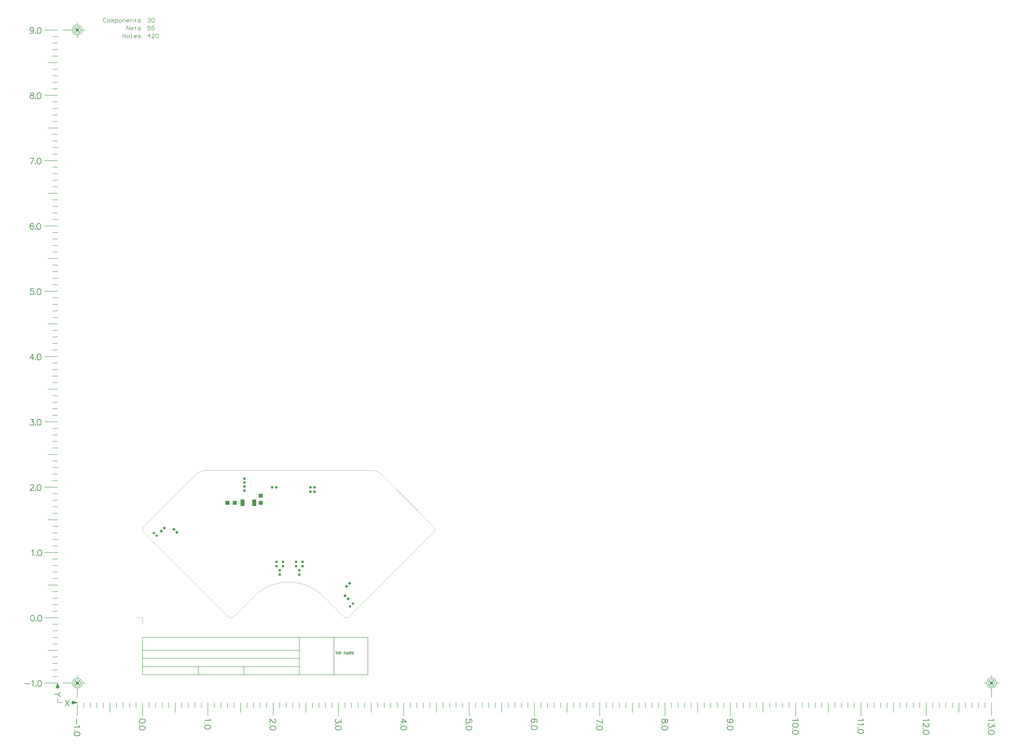
<source format=gtp>
G04 This is an RS-274x file exported by *
G04 gerbv version 2.6A *
G04 More information is available about gerbv at *
G04 http://gerbv.geda-project.org/ *
G04 --End of header info--*
%MOIN*%
%FSLAX34Y34*%
%IPPOS*%
G04 --Define apertures--*
%ADD10R,0.0600X0.0600*%
%ADD11R,0.0600X0.1000*%
%ADD12R,0.0600X0.0600*%
%ADD13P,0.0495X4.0000X270.0000*%
%ADD14P,0.0495X4.0000X360.0000*%
%ADD15P,0.0453X4.0000X360.0000*%
%ADD16P,0.0453X4.0000X90.0000*%
%ADD17R,0.0350X0.0350*%
%ADD18R,0.0350X0.0350*%
%ADD19R,0.0320X0.0320*%
%ADD20C,0.0050*%
%ADD21C,0.0070*%
%ADD22C,0.0090*%
%ADD23C,0.0080*%
%ADD24C,0.0010*%
%ADD25C,0.0100*%
%ADD26C,0.0300*%
G04 --Start main section--*
G54D10*
G01X0018100Y0018700D03*
G01X0018100Y0017600D03*
G54D11*
G01X0017100Y0017600D03*
G01X0015300Y0017600D03*
G54D12*
G01X0013000Y0017600D03*
G01X0014100Y0017600D03*
G54D13*
G01X0031692Y0005250D03*
G01X0031233Y0004790D03*
G01X0003344Y0013732D03*
G01X0002884Y0013272D03*
G54D14*
G01X0031005Y0003344D03*
G01X0031465Y0002884D03*
G01X0005250Y0013050D03*
G01X0004790Y0013510D03*
G54D15*
G01X0002160Y0012548D03*
G01X0001736Y0012972D03*
G54D16*
G01X0032189Y0002160D03*
G01X0031765Y0001736D03*
G54D17*
G01X0015600Y0019450D03*
G01X0015600Y0020100D03*
G01X0024500Y0007900D03*
G01X0024500Y0008550D03*
G01X0021500Y0007900D03*
G01X0021500Y0008550D03*
G01X0024000Y0006600D03*
G01X0024000Y0007250D03*
G01X0020500Y0007900D03*
G01X0020500Y0008550D03*
G01X0023500Y0007900D03*
G01X0023500Y0008550D03*
G01X0021000Y0006600D03*
G01X0021000Y0007250D03*
G54D18*
G01X0020488Y0019964D03*
G01X0019838Y0019964D03*
G01X0025700Y0019950D03*
G01X0026350Y0019950D03*
G01X0026350Y0019300D03*
G01X0025700Y0019300D03*
G54D19*
G01X0015600Y0020700D03*
G01X0015600Y0021300D03*
G54D20*
G01X0029667Y-005250D02*
G01X0029667Y-005600D01*
G01X0029683Y-005250D02*
G01X0029683Y-005600D01*
G01X0029567Y-005250D02*
G01X0029550Y-005350D01*
G01X0029550Y-005350D02*
G01X0029550Y-005250D01*
G01X0029550Y-005250D02*
G01X0029800Y-005250D01*
G01X0029800Y-005250D02*
G01X0029800Y-005350D01*
G01X0029800Y-005350D02*
G01X0029783Y-005250D01*
G01X0029617Y-005600D02*
G01X0029733Y-005600D01*
G01X0029967Y-005250D02*
G01X0029917Y-005267D01*
G01X0029917Y-005267D02*
G01X0029883Y-005300D01*
G01X0029883Y-005300D02*
G01X0029867Y-005333D01*
G01X0029867Y-005333D02*
G01X0029850Y-005400D01*
G01X0029850Y-005400D02*
G01X0029850Y-005450D01*
G01X0029850Y-005450D02*
G01X0029867Y-005517D01*
G01X0029867Y-005517D02*
G01X0029883Y-005550D01*
G01X0029883Y-005550D02*
G01X0029917Y-005583D01*
G01X0029917Y-005583D02*
G01X0029967Y-005600D01*
G01X0029967Y-005600D02*
G01X0030000Y-005600D01*
G01X0030000Y-005600D02*
G01X0030050Y-005583D01*
G01X0030050Y-005583D02*
G01X0030083Y-005550D01*
G01X0030083Y-005550D02*
G01X0030100Y-005517D01*
G01X0030100Y-005517D02*
G01X0030117Y-005450D01*
G01X0030117Y-005450D02*
G01X0030117Y-005400D01*
G01X0030117Y-005400D02*
G01X0030100Y-005333D01*
G01X0030100Y-005333D02*
G01X0030083Y-005300D01*
G01X0030083Y-005300D02*
G01X0030050Y-005267D01*
G01X0030050Y-005267D02*
G01X0030000Y-005250D01*
G01X0030000Y-005250D02*
G01X0029967Y-005250D01*
G01X0029967Y-005250D02*
G01X0029933Y-005267D01*
G01X0029933Y-005267D02*
G01X0029900Y-005300D01*
G01X0029900Y-005300D02*
G01X0029883Y-005333D01*
G01X0029883Y-005333D02*
G01X0029867Y-005400D01*
G01X0029867Y-005400D02*
G01X0029867Y-005450D01*
G01X0029867Y-005450D02*
G01X0029883Y-005517D01*
G01X0029883Y-005517D02*
G01X0029900Y-005550D01*
G01X0029900Y-005550D02*
G01X0029933Y-005583D01*
G01X0029933Y-005583D02*
G01X0029967Y-005600D01*
G01X0030000Y-005600D02*
G01X0030033Y-005583D01*
G01X0030033Y-005583D02*
G01X0030067Y-005550D01*
G01X0030067Y-005550D02*
G01X0030083Y-005517D01*
G01X0030083Y-005517D02*
G01X0030100Y-005450D01*
G01X0030100Y-005450D02*
G01X0030100Y-005400D01*
G01X0030100Y-005400D02*
G01X0030083Y-005333D01*
G01X0030083Y-005333D02*
G01X0030067Y-005300D01*
G01X0030067Y-005300D02*
G01X0030033Y-005267D01*
G01X0030033Y-005267D02*
G01X0030000Y-005250D01*
G01X0030215Y-005250D02*
G01X0030215Y-005600D01*
G01X0030232Y-005250D02*
G01X0030232Y-005600D01*
G01X0030165Y-005250D02*
G01X0030365Y-005250D01*
G01X0030365Y-005250D02*
G01X0030415Y-005267D01*
G01X0030415Y-005267D02*
G01X0030431Y-005283D01*
G01X0030431Y-005283D02*
G01X0030448Y-005317D01*
G01X0030448Y-005317D02*
G01X0030448Y-005367D01*
G01X0030448Y-005367D02*
G01X0030431Y-005400D01*
G01X0030431Y-005400D02*
G01X0030415Y-005417D01*
G01X0030415Y-005417D02*
G01X0030365Y-005433D01*
G01X0030365Y-005433D02*
G01X0030232Y-005433D01*
G01X0030365Y-005250D02*
G01X0030398Y-005267D01*
G01X0030398Y-005267D02*
G01X0030415Y-005283D01*
G01X0030415Y-005283D02*
G01X0030431Y-005317D01*
G01X0030431Y-005317D02*
G01X0030431Y-005367D01*
G01X0030431Y-005367D02*
G01X0030415Y-005400D01*
G01X0030415Y-005400D02*
G01X0030398Y-005417D01*
G01X0030398Y-005417D02*
G01X0030365Y-005433D01*
G01X0030165Y-005600D02*
G01X0030282Y-005600D01*
G01X0030860Y-005250D02*
G01X0030860Y-005600D01*
G01X0030876Y-005250D02*
G01X0030876Y-005600D01*
G01X0030810Y-005250D02*
G01X0031010Y-005250D01*
G01X0031010Y-005250D02*
G01X0031060Y-005267D01*
G01X0031060Y-005267D02*
G01X0031076Y-005283D01*
G01X0031076Y-005283D02*
G01X0031093Y-005317D01*
G01X0031093Y-005317D02*
G01X0031093Y-005367D01*
G01X0031093Y-005367D02*
G01X0031076Y-005400D01*
G01X0031076Y-005400D02*
G01X0031060Y-005417D01*
G01X0031060Y-005417D02*
G01X0031010Y-005433D01*
G01X0031010Y-005433D02*
G01X0030876Y-005433D01*
G01X0031010Y-005250D02*
G01X0031043Y-005267D01*
G01X0031043Y-005267D02*
G01X0031060Y-005283D01*
G01X0031060Y-005283D02*
G01X0031076Y-005317D01*
G01X0031076Y-005317D02*
G01X0031076Y-005367D01*
G01X0031076Y-005367D02*
G01X0031060Y-005400D01*
G01X0031060Y-005400D02*
G01X0031043Y-005417D01*
G01X0031043Y-005417D02*
G01X0031010Y-005433D01*
G01X0030810Y-005600D02*
G01X0030926Y-005600D01*
G01X0031290Y-005250D02*
G01X0031173Y-005600D01*
G01X0031290Y-005250D02*
G01X0031406Y-005600D01*
G01X0031290Y-005300D02*
G01X0031390Y-005600D01*
G01X0031206Y-005500D02*
G01X0031356Y-005500D01*
G01X0031140Y-005600D02*
G01X0031240Y-005600D01*
G01X0031340Y-005600D02*
G01X0031440Y-005600D01*
G01X0031701Y-005300D02*
G01X0031718Y-005250D01*
G01X0031718Y-005250D02*
G01X0031718Y-005350D01*
G01X0031718Y-005350D02*
G01X0031701Y-005300D01*
G01X0031701Y-005300D02*
G01X0031668Y-005267D01*
G01X0031668Y-005267D02*
G01X0031618Y-005250D01*
G01X0031618Y-005250D02*
G01X0031568Y-005250D01*
G01X0031568Y-005250D02*
G01X0031518Y-005267D01*
G01X0031518Y-005267D02*
G01X0031485Y-005300D01*
G01X0031485Y-005300D02*
G01X0031485Y-005333D01*
G01X0031485Y-005333D02*
G01X0031501Y-005367D01*
G01X0031501Y-005367D02*
G01X0031518Y-005383D01*
G01X0031518Y-005383D02*
G01X0031551Y-005400D01*
G01X0031551Y-005400D02*
G01X0031651Y-005433D01*
G01X0031651Y-005433D02*
G01X0031685Y-005450D01*
G01X0031685Y-005450D02*
G01X0031718Y-005483D01*
G01X0031485Y-005333D02*
G01X0031518Y-005367D01*
G01X0031518Y-005367D02*
G01X0031551Y-005383D01*
G01X0031551Y-005383D02*
G01X0031651Y-005417D01*
G01X0031651Y-005417D02*
G01X0031685Y-005433D01*
G01X0031685Y-005433D02*
G01X0031701Y-005450D01*
G01X0031701Y-005450D02*
G01X0031718Y-005483D01*
G01X0031718Y-005483D02*
G01X0031718Y-005550D01*
G01X0031718Y-005550D02*
G01X0031685Y-005583D01*
G01X0031685Y-005583D02*
G01X0031635Y-005600D01*
G01X0031635Y-005600D02*
G01X0031585Y-005600D01*
G01X0031585Y-005600D02*
G01X0031535Y-005583D01*
G01X0031535Y-005583D02*
G01X0031501Y-005550D01*
G01X0031501Y-005550D02*
G01X0031485Y-005500D01*
G01X0031485Y-005500D02*
G01X0031485Y-005600D01*
G01X0031485Y-005600D02*
G01X0031501Y-005550D01*
G01X0031886Y-005250D02*
G01X0031886Y-005600D01*
G01X0031903Y-005250D02*
G01X0031903Y-005600D01*
G01X0031786Y-005250D02*
G01X0031770Y-005350D01*
G01X0031770Y-005350D02*
G01X0031770Y-005250D01*
G01X0031770Y-005250D02*
G01X0032019Y-005250D01*
G01X0032019Y-005250D02*
G01X0032019Y-005350D01*
G01X0032019Y-005350D02*
G01X0032003Y-005250D01*
G01X0031836Y-005600D02*
G01X0031953Y-005600D01*
G01X0032119Y-005250D02*
G01X0032119Y-005600D01*
G01X0032136Y-005250D02*
G01X0032136Y-005600D01*
G01X0032236Y-005350D02*
G01X0032236Y-005483D01*
G01X0032069Y-005250D02*
G01X0032336Y-005250D01*
G01X0032336Y-005250D02*
G01X0032336Y-005350D01*
G01X0032336Y-005350D02*
G01X0032319Y-005250D01*
G01X0032136Y-005417D02*
G01X0032236Y-005417D01*
G01X0032069Y-005600D02*
G01X0032336Y-005600D01*
G01X0032336Y-005600D02*
G01X0032336Y-005500D01*
G01X0032336Y-005500D02*
G01X0032319Y-005600D01*
G01X0000000Y-003000D02*
G01X0034500Y-003000D01*
G01X0015500Y-008750D02*
G01X0015500Y-007500D01*
G01X0008550Y-008750D02*
G01X0008550Y-007500D01*
G01X0034500Y-008750D02*
G01X0034500Y-003000D01*
G01X0029300Y-008750D02*
G01X0029300Y-003000D01*
G01X0000000Y-008750D02*
G01X0000000Y-003000D01*
G01X0000000Y-008750D02*
G01X0034500Y-008750D01*
G01X0007000Y-005000D02*
G01X0024000Y-005000D01*
G01X0000000Y-007500D02*
G01X0024000Y-007500D01*
G01X0024000Y-008750D02*
G01X0024000Y-003000D01*
G01X0000000Y-006250D02*
G01X0024000Y-006250D01*
G01X0000000Y-005000D02*
G01X0007000Y-005000D01*
G54D22*
G01X-010114Y-015500D02*
G01X-010114Y-016271D01*
G01X-009772Y-016537D02*
G01X-009729Y-016623D01*
G01X-009729Y-016623D02*
G01X-009600Y-016751D01*
G01X-009600Y-016751D02*
G01X-010500Y-016751D01*
G01X-010414Y-017240D02*
G01X-010457Y-017197D01*
G01X-010457Y-017197D02*
G01X-010500Y-017240D01*
G01X-010500Y-017240D02*
G01X-010457Y-017282D01*
G01X-010457Y-017282D02*
G01X-010414Y-017240D01*
G01X-009600Y-017737D02*
G01X-009643Y-017608D01*
G01X-009643Y-017608D02*
G01X-009772Y-017522D01*
G01X-009772Y-017522D02*
G01X-009986Y-017480D01*
G01X-009986Y-017480D02*
G01X-010114Y-017480D01*
G01X-010114Y-017480D02*
G01X-010329Y-017522D01*
G01X-010329Y-017522D02*
G01X-010457Y-017608D01*
G01X-010457Y-017608D02*
G01X-010500Y-017737D01*
G01X-010500Y-017737D02*
G01X-010500Y-017822D01*
G01X-010500Y-017822D02*
G01X-010457Y-017951D01*
G01X-010457Y-017951D02*
G01X-010329Y-018037D01*
G01X-010329Y-018037D02*
G01X-010114Y-018079D01*
G01X-010114Y-018079D02*
G01X-009986Y-018079D01*
G01X-009986Y-018079D02*
G01X-009772Y-018037D01*
G01X-009772Y-018037D02*
G01X-009643Y-017951D01*
G01X-009643Y-017951D02*
G01X-009600Y-017822D01*
G01X-009600Y-017822D02*
G01X-009600Y-017737D01*
G01X-018050Y-010113D02*
G01X-017279Y-010113D01*
G01X-017013Y-009770D02*
G01X-016927Y-009727D01*
G01X-016927Y-009727D02*
G01X-016799Y-009599D01*
G01X-016799Y-009599D02*
G01X-016799Y-010498D01*
G01X-016310Y-010413D02*
G01X-016353Y-010456D01*
G01X-016353Y-010456D02*
G01X-016310Y-010498D01*
G01X-016310Y-010498D02*
G01X-016268Y-010456D01*
G01X-016268Y-010456D02*
G01X-016310Y-010413D01*
G01X-015813Y-009599D02*
G01X-015942Y-009641D01*
G01X-015942Y-009641D02*
G01X-016028Y-009770D01*
G01X-016028Y-009770D02*
G01X-016070Y-009984D01*
G01X-016070Y-009984D02*
G01X-016070Y-010113D01*
G01X-016070Y-010113D02*
G01X-016028Y-010327D01*
G01X-016028Y-010327D02*
G01X-015942Y-010456D01*
G01X-015942Y-010456D02*
G01X-015813Y-010498D01*
G01X-015813Y-010498D02*
G01X-015728Y-010498D01*
G01X-015728Y-010498D02*
G01X-015599Y-010456D01*
G01X-015599Y-010456D02*
G01X-015513Y-010327D01*
G01X-015513Y-010327D02*
G01X-015471Y-010113D01*
G01X-015471Y-010113D02*
G01X-015471Y-009984D01*
G01X-015471Y-009984D02*
G01X-015513Y-009770D01*
G01X-015513Y-009770D02*
G01X-015599Y-009641D01*
G01X-015599Y-009641D02*
G01X-015728Y-009599D01*
G01X-015728Y-009599D02*
G01X-015813Y-009599D01*
G01X-016893Y0000401D02*
G01X-017021Y0000359D01*
G01X-017021Y0000359D02*
G01X-017107Y0000230D01*
G01X-017107Y0000230D02*
G01X-017150Y0000016D01*
G01X-017150Y0000016D02*
G01X-017150Y-000113D01*
G01X-017150Y-000113D02*
G01X-017107Y-000327D01*
G01X-017107Y-000327D02*
G01X-017021Y-000456D01*
G01X-017021Y-000456D02*
G01X-016893Y-000498D01*
G01X-016893Y-000498D02*
G01X-016807Y-000498D01*
G01X-016807Y-000498D02*
G01X-016679Y-000456D01*
G01X-016679Y-000456D02*
G01X-016593Y-000327D01*
G01X-016593Y-000327D02*
G01X-016550Y-000113D01*
G01X-016550Y-000113D02*
G01X-016550Y0000016D01*
G01X-016550Y0000016D02*
G01X-016593Y0000230D01*
G01X-016593Y0000230D02*
G01X-016679Y0000359D01*
G01X-016679Y0000359D02*
G01X-016807Y0000401D01*
G01X-016807Y0000401D02*
G01X-016893Y0000401D01*
G01X-016306Y-000413D02*
G01X-016349Y-000456D01*
G01X-016349Y-000456D02*
G01X-016306Y-000498D01*
G01X-016306Y-000498D02*
G01X-016263Y-000456D01*
G01X-016263Y-000456D02*
G01X-016306Y-000413D01*
G01X-015809Y0000401D02*
G01X-015937Y0000359D01*
G01X-015937Y0000359D02*
G01X-016023Y0000230D01*
G01X-016023Y0000230D02*
G01X-016066Y0000016D01*
G01X-016066Y0000016D02*
G01X-016066Y-000113D01*
G01X-016066Y-000113D02*
G01X-016023Y-000327D01*
G01X-016023Y-000327D02*
G01X-015937Y-000456D01*
G01X-015937Y-000456D02*
G01X-015809Y-000498D01*
G01X-015809Y-000498D02*
G01X-015723Y-000498D01*
G01X-015723Y-000498D02*
G01X-015595Y-000456D01*
G01X-015595Y-000456D02*
G01X-015509Y-000327D01*
G01X-015509Y-000327D02*
G01X-015466Y-000113D01*
G01X-015466Y-000113D02*
G01X-015466Y0000016D01*
G01X-015466Y0000016D02*
G01X-015509Y0000230D01*
G01X-015509Y0000230D02*
G01X-015595Y0000359D01*
G01X-015595Y0000359D02*
G01X-015723Y0000401D01*
G01X-015723Y0000401D02*
G01X-015809Y0000401D01*
G01X0000400Y-015757D02*
G01X0000357Y-015629D01*
G01X0000357Y-015629D02*
G01X0000228Y-015543D01*
G01X0000228Y-015543D02*
G01X0000014Y-015500D01*
G01X0000014Y-015500D02*
G01X-000114Y-015500D01*
G01X-000114Y-015500D02*
G01X-000329Y-015543D01*
G01X-000329Y-015543D02*
G01X-000457Y-015629D01*
G01X-000457Y-015629D02*
G01X-000500Y-015757D01*
G01X-000500Y-015757D02*
G01X-000500Y-015843D01*
G01X-000500Y-015843D02*
G01X-000457Y-015971D01*
G01X-000457Y-015971D02*
G01X-000329Y-016057D01*
G01X-000329Y-016057D02*
G01X-000114Y-016100D01*
G01X-000114Y-016100D02*
G01X0000014Y-016100D01*
G01X0000014Y-016100D02*
G01X0000228Y-016057D01*
G01X0000228Y-016057D02*
G01X0000357Y-015971D01*
G01X0000357Y-015971D02*
G01X0000400Y-015843D01*
G01X0000400Y-015843D02*
G01X0000400Y-015757D01*
G01X-000414Y-016344D02*
G01X-000457Y-016301D01*
G01X-000457Y-016301D02*
G01X-000500Y-016344D01*
G01X-000500Y-016344D02*
G01X-000457Y-016387D01*
G01X-000457Y-016387D02*
G01X-000414Y-016344D01*
G01X0000400Y-016841D02*
G01X0000357Y-016713D01*
G01X0000357Y-016713D02*
G01X0000228Y-016627D01*
G01X0000228Y-016627D02*
G01X0000014Y-016584D01*
G01X0000014Y-016584D02*
G01X-000114Y-016584D01*
G01X-000114Y-016584D02*
G01X-000329Y-016627D01*
G01X-000329Y-016627D02*
G01X-000457Y-016713D01*
G01X-000457Y-016713D02*
G01X-000500Y-016841D01*
G01X-000500Y-016841D02*
G01X-000500Y-016927D01*
G01X-000500Y-016927D02*
G01X-000457Y-017055D01*
G01X-000457Y-017055D02*
G01X-000329Y-017141D01*
G01X-000329Y-017141D02*
G01X-000114Y-017184D01*
G01X-000114Y-017184D02*
G01X0000014Y-017184D01*
G01X0000014Y-017184D02*
G01X0000228Y-017141D01*
G01X0000228Y-017141D02*
G01X0000357Y-017055D01*
G01X0000357Y-017055D02*
G01X0000400Y-016927D01*
G01X0000400Y-016927D02*
G01X0000400Y-016841D01*
G01X0130228Y-015500D02*
G01X0130271Y-015586D01*
G01X0130271Y-015586D02*
G01X0130400Y-015714D01*
G01X0130400Y-015714D02*
G01X0129500Y-015714D01*
G01X0130400Y-016246D02*
G01X0130400Y-016717D01*
G01X0130400Y-016717D02*
G01X0130057Y-016460D01*
G01X0130057Y-016460D02*
G01X0130057Y-016588D01*
G01X0130057Y-016588D02*
G01X0130014Y-016674D01*
G01X0130014Y-016674D02*
G01X0129971Y-016717D01*
G01X0129971Y-016717D02*
G01X0129843Y-016760D01*
G01X0129843Y-016760D02*
G01X0129757Y-016760D01*
G01X0129757Y-016760D02*
G01X0129629Y-016717D01*
G01X0129629Y-016717D02*
G01X0129543Y-016631D01*
G01X0129543Y-016631D02*
G01X0129500Y-016503D01*
G01X0129500Y-016503D02*
G01X0129500Y-016374D01*
G01X0129500Y-016374D02*
G01X0129543Y-016246D01*
G01X0129543Y-016246D02*
G01X0129586Y-016203D01*
G01X0129586Y-016203D02*
G01X0129671Y-016160D01*
G01X0129586Y-017004D02*
G01X0129543Y-016961D01*
G01X0129543Y-016961D02*
G01X0129500Y-017004D01*
G01X0129500Y-017004D02*
G01X0129543Y-017047D01*
G01X0129543Y-017047D02*
G01X0129586Y-017004D01*
G01X0130400Y-017501D02*
G01X0130357Y-017372D01*
G01X0130357Y-017372D02*
G01X0130228Y-017287D01*
G01X0130228Y-017287D02*
G01X0130014Y-017244D01*
G01X0130014Y-017244D02*
G01X0129886Y-017244D01*
G01X0129886Y-017244D02*
G01X0129671Y-017287D01*
G01X0129671Y-017287D02*
G01X0129543Y-017372D01*
G01X0129543Y-017372D02*
G01X0129500Y-017501D01*
G01X0129500Y-017501D02*
G01X0129500Y-017587D01*
G01X0129500Y-017587D02*
G01X0129543Y-017715D01*
G01X0129543Y-017715D02*
G01X0129671Y-017801D01*
G01X0129671Y-017801D02*
G01X0129886Y-017844D01*
G01X0129886Y-017844D02*
G01X0130014Y-017844D01*
G01X0130014Y-017844D02*
G01X0130228Y-017801D01*
G01X0130228Y-017801D02*
G01X0130357Y-017715D01*
G01X0130357Y-017715D02*
G01X0130400Y-017587D01*
G01X0130400Y-017587D02*
G01X0130400Y-017501D01*
G01X0120228Y-015500D02*
G01X0120271Y-015586D01*
G01X0120271Y-015586D02*
G01X0120400Y-015714D01*
G01X0120400Y-015714D02*
G01X0119500Y-015714D01*
G01X0120186Y-016203D02*
G01X0120228Y-016203D01*
G01X0120228Y-016203D02*
G01X0120314Y-016246D01*
G01X0120314Y-016246D02*
G01X0120357Y-016288D01*
G01X0120357Y-016288D02*
G01X0120400Y-016374D01*
G01X0120400Y-016374D02*
G01X0120400Y-016545D01*
G01X0120400Y-016545D02*
G01X0120357Y-016631D01*
G01X0120357Y-016631D02*
G01X0120314Y-016674D01*
G01X0120314Y-016674D02*
G01X0120228Y-016717D01*
G01X0120228Y-016717D02*
G01X0120143Y-016717D01*
G01X0120143Y-016717D02*
G01X0120057Y-016674D01*
G01X0120057Y-016674D02*
G01X0119928Y-016588D01*
G01X0119928Y-016588D02*
G01X0119500Y-016160D01*
G01X0119500Y-016160D02*
G01X0119500Y-016760D01*
G01X0119586Y-017004D02*
G01X0119543Y-016961D01*
G01X0119543Y-016961D02*
G01X0119500Y-017004D01*
G01X0119500Y-017004D02*
G01X0119543Y-017047D01*
G01X0119543Y-017047D02*
G01X0119586Y-017004D01*
G01X0120400Y-017501D02*
G01X0120357Y-017372D01*
G01X0120357Y-017372D02*
G01X0120228Y-017287D01*
G01X0120228Y-017287D02*
G01X0120014Y-017244D01*
G01X0120014Y-017244D02*
G01X0119886Y-017244D01*
G01X0119886Y-017244D02*
G01X0119671Y-017287D01*
G01X0119671Y-017287D02*
G01X0119543Y-017372D01*
G01X0119543Y-017372D02*
G01X0119500Y-017501D01*
G01X0119500Y-017501D02*
G01X0119500Y-017587D01*
G01X0119500Y-017587D02*
G01X0119543Y-017715D01*
G01X0119543Y-017715D02*
G01X0119671Y-017801D01*
G01X0119671Y-017801D02*
G01X0119886Y-017844D01*
G01X0119886Y-017844D02*
G01X0120014Y-017844D01*
G01X0120014Y-017844D02*
G01X0120228Y-017801D01*
G01X0120228Y-017801D02*
G01X0120357Y-017715D01*
G01X0120357Y-017715D02*
G01X0120400Y-017587D01*
G01X0120400Y-017587D02*
G01X0120400Y-017501D01*
G01X0110228Y-015500D02*
G01X0110271Y-015586D01*
G01X0110271Y-015586D02*
G01X0110400Y-015714D01*
G01X0110400Y-015714D02*
G01X0109500Y-015714D01*
G01X0110228Y-016160D02*
G01X0110271Y-016246D01*
G01X0110271Y-016246D02*
G01X0110400Y-016374D01*
G01X0110400Y-016374D02*
G01X0109500Y-016374D01*
G01X0109586Y-016863D02*
G01X0109543Y-016820D01*
G01X0109543Y-016820D02*
G01X0109500Y-016863D01*
G01X0109500Y-016863D02*
G01X0109543Y-016905D01*
G01X0109543Y-016905D02*
G01X0109586Y-016863D01*
G01X0110400Y-017360D02*
G01X0110357Y-017231D01*
G01X0110357Y-017231D02*
G01X0110228Y-017145D01*
G01X0110228Y-017145D02*
G01X0110014Y-017103D01*
G01X0110014Y-017103D02*
G01X0109886Y-017103D01*
G01X0109886Y-017103D02*
G01X0109671Y-017145D01*
G01X0109671Y-017145D02*
G01X0109543Y-017231D01*
G01X0109543Y-017231D02*
G01X0109500Y-017360D01*
G01X0109500Y-017360D02*
G01X0109500Y-017445D01*
G01X0109500Y-017445D02*
G01X0109543Y-017574D01*
G01X0109543Y-017574D02*
G01X0109671Y-017660D01*
G01X0109671Y-017660D02*
G01X0109886Y-017702D01*
G01X0109886Y-017702D02*
G01X0110014Y-017702D01*
G01X0110014Y-017702D02*
G01X0110228Y-017660D01*
G01X0110228Y-017660D02*
G01X0110357Y-017574D01*
G01X0110357Y-017574D02*
G01X0110400Y-017445D01*
G01X0110400Y-017445D02*
G01X0110400Y-017360D01*
G01X0100228Y-015500D02*
G01X0100271Y-015586D01*
G01X0100271Y-015586D02*
G01X0100400Y-015714D01*
G01X0100400Y-015714D02*
G01X0099500Y-015714D01*
G01X0100400Y-016417D02*
G01X0100357Y-016288D01*
G01X0100357Y-016288D02*
G01X0100228Y-016203D01*
G01X0100228Y-016203D02*
G01X0100014Y-016160D01*
G01X0100014Y-016160D02*
G01X0099886Y-016160D01*
G01X0099886Y-016160D02*
G01X0099671Y-016203D01*
G01X0099671Y-016203D02*
G01X0099543Y-016288D01*
G01X0099543Y-016288D02*
G01X0099500Y-016417D01*
G01X0099500Y-016417D02*
G01X0099500Y-016503D01*
G01X0099500Y-016503D02*
G01X0099543Y-016631D01*
G01X0099543Y-016631D02*
G01X0099671Y-016717D01*
G01X0099671Y-016717D02*
G01X0099886Y-016760D01*
G01X0099886Y-016760D02*
G01X0100014Y-016760D01*
G01X0100014Y-016760D02*
G01X0100228Y-016717D01*
G01X0100228Y-016717D02*
G01X0100357Y-016631D01*
G01X0100357Y-016631D02*
G01X0100400Y-016503D01*
G01X0100400Y-016503D02*
G01X0100400Y-016417D01*
G01X0099586Y-017004D02*
G01X0099543Y-016961D01*
G01X0099543Y-016961D02*
G01X0099500Y-017004D01*
G01X0099500Y-017004D02*
G01X0099543Y-017047D01*
G01X0099543Y-017047D02*
G01X0099586Y-017004D01*
G01X0100400Y-017501D02*
G01X0100357Y-017372D01*
G01X0100357Y-017372D02*
G01X0100228Y-017287D01*
G01X0100228Y-017287D02*
G01X0100014Y-017244D01*
G01X0100014Y-017244D02*
G01X0099886Y-017244D01*
G01X0099886Y-017244D02*
G01X0099671Y-017287D01*
G01X0099671Y-017287D02*
G01X0099543Y-017372D01*
G01X0099543Y-017372D02*
G01X0099500Y-017501D01*
G01X0099500Y-017501D02*
G01X0099500Y-017587D01*
G01X0099500Y-017587D02*
G01X0099543Y-017715D01*
G01X0099543Y-017715D02*
G01X0099671Y-017801D01*
G01X0099671Y-017801D02*
G01X0099886Y-017844D01*
G01X0099886Y-017844D02*
G01X0100014Y-017844D01*
G01X0100014Y-017844D02*
G01X0100228Y-017801D01*
G01X0100228Y-017801D02*
G01X0100357Y-017715D01*
G01X0100357Y-017715D02*
G01X0100400Y-017587D01*
G01X0100400Y-017587D02*
G01X0100400Y-017501D01*
G01X-016693Y0090100D02*
G01X-016736Y0089971D01*
G01X-016736Y0089971D02*
G01X-016822Y0089886D01*
G01X-016822Y0089886D02*
G01X-016950Y0089843D01*
G01X-016950Y0089843D02*
G01X-016993Y0089843D01*
G01X-016993Y0089843D02*
G01X-017121Y0089886D01*
G01X-017121Y0089886D02*
G01X-017207Y0089971D01*
G01X-017207Y0089971D02*
G01X-017250Y0090100D01*
G01X-017250Y0090100D02*
G01X-017250Y0090143D01*
G01X-017250Y0090143D02*
G01X-017207Y0090271D01*
G01X-017207Y0090271D02*
G01X-017121Y0090357D01*
G01X-017121Y0090357D02*
G01X-016993Y0090400D01*
G01X-016993Y0090400D02*
G01X-016950Y0090400D01*
G01X-016950Y0090400D02*
G01X-016822Y0090357D01*
G01X-016822Y0090357D02*
G01X-016736Y0090271D01*
G01X-016736Y0090271D02*
G01X-016693Y0090100D01*
G01X-016693Y0090100D02*
G01X-016693Y0089886D01*
G01X-016693Y0089886D02*
G01X-016736Y0089671D01*
G01X-016736Y0089671D02*
G01X-016822Y0089543D01*
G01X-016822Y0089543D02*
G01X-016950Y0089500D01*
G01X-016950Y0089500D02*
G01X-017036Y0089500D01*
G01X-017036Y0089500D02*
G01X-017164Y0089543D01*
G01X-017164Y0089543D02*
G01X-017207Y0089629D01*
G01X-016406Y0089586D02*
G01X-016449Y0089543D01*
G01X-016449Y0089543D02*
G01X-016406Y0089500D01*
G01X-016406Y0089500D02*
G01X-016363Y0089543D01*
G01X-016363Y0089543D02*
G01X-016406Y0089586D01*
G01X-015909Y0090400D02*
G01X-016037Y0090357D01*
G01X-016037Y0090357D02*
G01X-016123Y0090228D01*
G01X-016123Y0090228D02*
G01X-016166Y0090014D01*
G01X-016166Y0090014D02*
G01X-016166Y0089886D01*
G01X-016166Y0089886D02*
G01X-016123Y0089671D01*
G01X-016123Y0089671D02*
G01X-016037Y0089543D01*
G01X-016037Y0089543D02*
G01X-015909Y0089500D01*
G01X-015909Y0089500D02*
G01X-015823Y0089500D01*
G01X-015823Y0089500D02*
G01X-015695Y0089543D01*
G01X-015695Y0089543D02*
G01X-015609Y0089671D01*
G01X-015609Y0089671D02*
G01X-015566Y0089886D01*
G01X-015566Y0089886D02*
G01X-015566Y0090014D01*
G01X-015566Y0090014D02*
G01X-015609Y0090228D01*
G01X-015609Y0090228D02*
G01X-015695Y0090357D01*
G01X-015695Y0090357D02*
G01X-015823Y0090400D01*
G01X-015823Y0090400D02*
G01X-015909Y0090400D01*
G01X-017036Y0080400D02*
G01X-017164Y0080357D01*
G01X-017164Y0080357D02*
G01X-017207Y0080271D01*
G01X-017207Y0080271D02*
G01X-017207Y0080186D01*
G01X-017207Y0080186D02*
G01X-017164Y0080100D01*
G01X-017164Y0080100D02*
G01X-017079Y0080057D01*
G01X-017079Y0080057D02*
G01X-016907Y0080014D01*
G01X-016907Y0080014D02*
G01X-016779Y0079971D01*
G01X-016779Y0079971D02*
G01X-016693Y0079886D01*
G01X-016693Y0079886D02*
G01X-016650Y0079800D01*
G01X-016650Y0079800D02*
G01X-016650Y0079671D01*
G01X-016650Y0079671D02*
G01X-016693Y0079586D01*
G01X-016693Y0079586D02*
G01X-016736Y0079543D01*
G01X-016736Y0079543D02*
G01X-016864Y0079500D01*
G01X-016864Y0079500D02*
G01X-017036Y0079500D01*
G01X-017036Y0079500D02*
G01X-017164Y0079543D01*
G01X-017164Y0079543D02*
G01X-017207Y0079586D01*
G01X-017207Y0079586D02*
G01X-017250Y0079671D01*
G01X-017250Y0079671D02*
G01X-017250Y0079800D01*
G01X-017250Y0079800D02*
G01X-017207Y0079886D01*
G01X-017207Y0079886D02*
G01X-017121Y0079971D01*
G01X-017121Y0079971D02*
G01X-016993Y0080014D01*
G01X-016993Y0080014D02*
G01X-016822Y0080057D01*
G01X-016822Y0080057D02*
G01X-016736Y0080100D01*
G01X-016736Y0080100D02*
G01X-016693Y0080186D01*
G01X-016693Y0080186D02*
G01X-016693Y0080271D01*
G01X-016693Y0080271D02*
G01X-016736Y0080357D01*
G01X-016736Y0080357D02*
G01X-016864Y0080400D01*
G01X-016864Y0080400D02*
G01X-017036Y0080400D01*
G01X-016406Y0079586D02*
G01X-016449Y0079543D01*
G01X-016449Y0079543D02*
G01X-016406Y0079500D01*
G01X-016406Y0079500D02*
G01X-016363Y0079543D01*
G01X-016363Y0079543D02*
G01X-016406Y0079586D01*
G01X-015909Y0080400D02*
G01X-016037Y0080357D01*
G01X-016037Y0080357D02*
G01X-016123Y0080228D01*
G01X-016123Y0080228D02*
G01X-016166Y0080014D01*
G01X-016166Y0080014D02*
G01X-016166Y0079886D01*
G01X-016166Y0079886D02*
G01X-016123Y0079671D01*
G01X-016123Y0079671D02*
G01X-016037Y0079543D01*
G01X-016037Y0079543D02*
G01X-015909Y0079500D01*
G01X-015909Y0079500D02*
G01X-015823Y0079500D01*
G01X-015823Y0079500D02*
G01X-015695Y0079543D01*
G01X-015695Y0079543D02*
G01X-015609Y0079671D01*
G01X-015609Y0079671D02*
G01X-015566Y0079886D01*
G01X-015566Y0079886D02*
G01X-015566Y0080014D01*
G01X-015566Y0080014D02*
G01X-015609Y0080228D01*
G01X-015609Y0080228D02*
G01X-015695Y0080357D01*
G01X-015695Y0080357D02*
G01X-015823Y0080400D01*
G01X-015823Y0080400D02*
G01X-015909Y0080400D01*
G01X-016650Y0070400D02*
G01X-017079Y0069500D01*
G01X-017250Y0070400D02*
G01X-016650Y0070400D01*
G01X-016406Y0069586D02*
G01X-016449Y0069543D01*
G01X-016449Y0069543D02*
G01X-016406Y0069500D01*
G01X-016406Y0069500D02*
G01X-016363Y0069543D01*
G01X-016363Y0069543D02*
G01X-016406Y0069586D01*
G01X-015909Y0070400D02*
G01X-016037Y0070357D01*
G01X-016037Y0070357D02*
G01X-016123Y0070228D01*
G01X-016123Y0070228D02*
G01X-016166Y0070014D01*
G01X-016166Y0070014D02*
G01X-016166Y0069886D01*
G01X-016166Y0069886D02*
G01X-016123Y0069671D01*
G01X-016123Y0069671D02*
G01X-016037Y0069543D01*
G01X-016037Y0069543D02*
G01X-015909Y0069500D01*
G01X-015909Y0069500D02*
G01X-015823Y0069500D01*
G01X-015823Y0069500D02*
G01X-015695Y0069543D01*
G01X-015695Y0069543D02*
G01X-015609Y0069671D01*
G01X-015609Y0069671D02*
G01X-015566Y0069886D01*
G01X-015566Y0069886D02*
G01X-015566Y0070014D01*
G01X-015566Y0070014D02*
G01X-015609Y0070228D01*
G01X-015609Y0070228D02*
G01X-015695Y0070357D01*
G01X-015695Y0070357D02*
G01X-015823Y0070400D01*
G01X-015823Y0070400D02*
G01X-015909Y0070400D01*
G01X0090100Y-016057D02*
G01X0089971Y-016014D01*
G01X0089971Y-016014D02*
G01X0089886Y-015928D01*
G01X0089886Y-015928D02*
G01X0089843Y-015800D01*
G01X0089843Y-015800D02*
G01X0089843Y-015757D01*
G01X0089843Y-015757D02*
G01X0089886Y-015629D01*
G01X0089886Y-015629D02*
G01X0089971Y-015543D01*
G01X0089971Y-015543D02*
G01X0090100Y-015500D01*
G01X0090100Y-015500D02*
G01X0090143Y-015500D01*
G01X0090143Y-015500D02*
G01X0090271Y-015543D01*
G01X0090271Y-015543D02*
G01X0090357Y-015629D01*
G01X0090357Y-015629D02*
G01X0090400Y-015757D01*
G01X0090400Y-015757D02*
G01X0090400Y-015800D01*
G01X0090400Y-015800D02*
G01X0090357Y-015928D01*
G01X0090357Y-015928D02*
G01X0090271Y-016014D01*
G01X0090271Y-016014D02*
G01X0090100Y-016057D01*
G01X0090100Y-016057D02*
G01X0089886Y-016057D01*
G01X0089886Y-016057D02*
G01X0089671Y-016014D01*
G01X0089671Y-016014D02*
G01X0089543Y-015928D01*
G01X0089543Y-015928D02*
G01X0089500Y-015800D01*
G01X0089500Y-015800D02*
G01X0089500Y-015714D01*
G01X0089500Y-015714D02*
G01X0089543Y-015586D01*
G01X0089543Y-015586D02*
G01X0089629Y-015543D01*
G01X0089586Y-016344D02*
G01X0089543Y-016301D01*
G01X0089543Y-016301D02*
G01X0089500Y-016344D01*
G01X0089500Y-016344D02*
G01X0089543Y-016387D01*
G01X0089543Y-016387D02*
G01X0089586Y-016344D01*
G01X0090400Y-016841D02*
G01X0090357Y-016713D01*
G01X0090357Y-016713D02*
G01X0090228Y-016627D01*
G01X0090228Y-016627D02*
G01X0090014Y-016584D01*
G01X0090014Y-016584D02*
G01X0089886Y-016584D01*
G01X0089886Y-016584D02*
G01X0089671Y-016627D01*
G01X0089671Y-016627D02*
G01X0089543Y-016713D01*
G01X0089543Y-016713D02*
G01X0089500Y-016841D01*
G01X0089500Y-016841D02*
G01X0089500Y-016927D01*
G01X0089500Y-016927D02*
G01X0089543Y-017055D01*
G01X0089543Y-017055D02*
G01X0089671Y-017141D01*
G01X0089671Y-017141D02*
G01X0089886Y-017184D01*
G01X0089886Y-017184D02*
G01X0090014Y-017184D01*
G01X0090014Y-017184D02*
G01X0090228Y-017141D01*
G01X0090228Y-017141D02*
G01X0090357Y-017055D01*
G01X0090357Y-017055D02*
G01X0090400Y-016927D01*
G01X0090400Y-016927D02*
G01X0090400Y-016841D01*
G01X0080400Y-015714D02*
G01X0080357Y-015586D01*
G01X0080357Y-015586D02*
G01X0080271Y-015543D01*
G01X0080271Y-015543D02*
G01X0080186Y-015543D01*
G01X0080186Y-015543D02*
G01X0080100Y-015586D01*
G01X0080100Y-015586D02*
G01X0080057Y-015671D01*
G01X0080057Y-015671D02*
G01X0080014Y-015843D01*
G01X0080014Y-015843D02*
G01X0079971Y-015971D01*
G01X0079971Y-015971D02*
G01X0079886Y-016057D01*
G01X0079886Y-016057D02*
G01X0079800Y-016100D01*
G01X0079800Y-016100D02*
G01X0079671Y-016100D01*
G01X0079671Y-016100D02*
G01X0079586Y-016057D01*
G01X0079586Y-016057D02*
G01X0079543Y-016014D01*
G01X0079543Y-016014D02*
G01X0079500Y-015886D01*
G01X0079500Y-015886D02*
G01X0079500Y-015714D01*
G01X0079500Y-015714D02*
G01X0079543Y-015586D01*
G01X0079543Y-015586D02*
G01X0079586Y-015543D01*
G01X0079586Y-015543D02*
G01X0079671Y-015500D01*
G01X0079671Y-015500D02*
G01X0079800Y-015500D01*
G01X0079800Y-015500D02*
G01X0079886Y-015543D01*
G01X0079886Y-015543D02*
G01X0079971Y-015629D01*
G01X0079971Y-015629D02*
G01X0080014Y-015757D01*
G01X0080014Y-015757D02*
G01X0080057Y-015928D01*
G01X0080057Y-015928D02*
G01X0080100Y-016014D01*
G01X0080100Y-016014D02*
G01X0080186Y-016057D01*
G01X0080186Y-016057D02*
G01X0080271Y-016057D01*
G01X0080271Y-016057D02*
G01X0080357Y-016014D01*
G01X0080357Y-016014D02*
G01X0080400Y-015886D01*
G01X0080400Y-015886D02*
G01X0080400Y-015714D01*
G01X0079586Y-016344D02*
G01X0079543Y-016301D01*
G01X0079543Y-016301D02*
G01X0079500Y-016344D01*
G01X0079500Y-016344D02*
G01X0079543Y-016387D01*
G01X0079543Y-016387D02*
G01X0079586Y-016344D01*
G01X0080400Y-016841D02*
G01X0080357Y-016713D01*
G01X0080357Y-016713D02*
G01X0080228Y-016627D01*
G01X0080228Y-016627D02*
G01X0080014Y-016584D01*
G01X0080014Y-016584D02*
G01X0079886Y-016584D01*
G01X0079886Y-016584D02*
G01X0079671Y-016627D01*
G01X0079671Y-016627D02*
G01X0079543Y-016713D01*
G01X0079543Y-016713D02*
G01X0079500Y-016841D01*
G01X0079500Y-016841D02*
G01X0079500Y-016927D01*
G01X0079500Y-016927D02*
G01X0079543Y-017055D01*
G01X0079543Y-017055D02*
G01X0079671Y-017141D01*
G01X0079671Y-017141D02*
G01X0079886Y-017184D01*
G01X0079886Y-017184D02*
G01X0080014Y-017184D01*
G01X0080014Y-017184D02*
G01X0080228Y-017141D01*
G01X0080228Y-017141D02*
G01X0080357Y-017055D01*
G01X0080357Y-017055D02*
G01X0080400Y-016927D01*
G01X0080400Y-016927D02*
G01X0080400Y-016841D01*
G01X0070400Y-016100D02*
G01X0069500Y-015671D01*
G01X0070400Y-015500D02*
G01X0070400Y-016100D01*
G01X0069586Y-016344D02*
G01X0069543Y-016301D01*
G01X0069543Y-016301D02*
G01X0069500Y-016344D01*
G01X0069500Y-016344D02*
G01X0069543Y-016387D01*
G01X0069543Y-016387D02*
G01X0069586Y-016344D01*
G01X0070400Y-016841D02*
G01X0070357Y-016713D01*
G01X0070357Y-016713D02*
G01X0070228Y-016627D01*
G01X0070228Y-016627D02*
G01X0070014Y-016584D01*
G01X0070014Y-016584D02*
G01X0069886Y-016584D01*
G01X0069886Y-016584D02*
G01X0069671Y-016627D01*
G01X0069671Y-016627D02*
G01X0069543Y-016713D01*
G01X0069543Y-016713D02*
G01X0069500Y-016841D01*
G01X0069500Y-016841D02*
G01X0069500Y-016927D01*
G01X0069500Y-016927D02*
G01X0069543Y-017055D01*
G01X0069543Y-017055D02*
G01X0069671Y-017141D01*
G01X0069671Y-017141D02*
G01X0069886Y-017184D01*
G01X0069886Y-017184D02*
G01X0070014Y-017184D01*
G01X0070014Y-017184D02*
G01X0070228Y-017141D01*
G01X0070228Y-017141D02*
G01X0070357Y-017055D01*
G01X0070357Y-017055D02*
G01X0070400Y-016927D01*
G01X0070400Y-016927D02*
G01X0070400Y-016841D01*
G01X-012600Y-011375D02*
G01X-013029Y-011718D01*
G01X-013029Y-011718D02*
G01X-013500Y-011718D01*
G01X-012600Y-012061D02*
G01X-013029Y-011718D01*
G01X-011875Y-012600D02*
G01X-011275Y-013500D01*
G01X-011275Y-012600D02*
G01X-011875Y-013500D01*
G01X0050400Y-016014D02*
G01X0050400Y-015586D01*
G01X0050400Y-015586D02*
G01X0050014Y-015543D01*
G01X0050014Y-015543D02*
G01X0050057Y-015586D01*
G01X0050057Y-015586D02*
G01X0050100Y-015714D01*
G01X0050100Y-015714D02*
G01X0050100Y-015843D01*
G01X0050100Y-015843D02*
G01X0050057Y-015971D01*
G01X0050057Y-015971D02*
G01X0049971Y-016057D01*
G01X0049971Y-016057D02*
G01X0049843Y-016100D01*
G01X0049843Y-016100D02*
G01X0049757Y-016100D01*
G01X0049757Y-016100D02*
G01X0049629Y-016057D01*
G01X0049629Y-016057D02*
G01X0049543Y-015971D01*
G01X0049543Y-015971D02*
G01X0049500Y-015843D01*
G01X0049500Y-015843D02*
G01X0049500Y-015714D01*
G01X0049500Y-015714D02*
G01X0049543Y-015586D01*
G01X0049543Y-015586D02*
G01X0049586Y-015543D01*
G01X0049586Y-015543D02*
G01X0049671Y-015500D01*
G01X0049586Y-016344D02*
G01X0049543Y-016301D01*
G01X0049543Y-016301D02*
G01X0049500Y-016344D01*
G01X0049500Y-016344D02*
G01X0049543Y-016387D01*
G01X0049543Y-016387D02*
G01X0049586Y-016344D01*
G01X0050400Y-016841D02*
G01X0050357Y-016713D01*
G01X0050357Y-016713D02*
G01X0050228Y-016627D01*
G01X0050228Y-016627D02*
G01X0050014Y-016584D01*
G01X0050014Y-016584D02*
G01X0049886Y-016584D01*
G01X0049886Y-016584D02*
G01X0049671Y-016627D01*
G01X0049671Y-016627D02*
G01X0049543Y-016713D01*
G01X0049543Y-016713D02*
G01X0049500Y-016841D01*
G01X0049500Y-016841D02*
G01X0049500Y-016927D01*
G01X0049500Y-016927D02*
G01X0049543Y-017055D01*
G01X0049543Y-017055D02*
G01X0049671Y-017141D01*
G01X0049671Y-017141D02*
G01X0049886Y-017184D01*
G01X0049886Y-017184D02*
G01X0050014Y-017184D01*
G01X0050014Y-017184D02*
G01X0050228Y-017141D01*
G01X0050228Y-017141D02*
G01X0050357Y-017055D01*
G01X0050357Y-017055D02*
G01X0050400Y-016927D01*
G01X0050400Y-016927D02*
G01X0050400Y-016841D01*
G01X0030400Y-015586D02*
G01X0030400Y-016057D01*
G01X0030400Y-016057D02*
G01X0030057Y-015800D01*
G01X0030057Y-015800D02*
G01X0030057Y-015928D01*
G01X0030057Y-015928D02*
G01X0030014Y-016014D01*
G01X0030014Y-016014D02*
G01X0029971Y-016057D01*
G01X0029971Y-016057D02*
G01X0029843Y-016100D01*
G01X0029843Y-016100D02*
G01X0029757Y-016100D01*
G01X0029757Y-016100D02*
G01X0029629Y-016057D01*
G01X0029629Y-016057D02*
G01X0029543Y-015971D01*
G01X0029543Y-015971D02*
G01X0029500Y-015843D01*
G01X0029500Y-015843D02*
G01X0029500Y-015714D01*
G01X0029500Y-015714D02*
G01X0029543Y-015586D01*
G01X0029543Y-015586D02*
G01X0029586Y-015543D01*
G01X0029586Y-015543D02*
G01X0029671Y-015500D01*
G01X0029586Y-016344D02*
G01X0029543Y-016301D01*
G01X0029543Y-016301D02*
G01X0029500Y-016344D01*
G01X0029500Y-016344D02*
G01X0029543Y-016387D01*
G01X0029543Y-016387D02*
G01X0029586Y-016344D01*
G01X0030400Y-016841D02*
G01X0030357Y-016713D01*
G01X0030357Y-016713D02*
G01X0030228Y-016627D01*
G01X0030228Y-016627D02*
G01X0030014Y-016584D01*
G01X0030014Y-016584D02*
G01X0029886Y-016584D01*
G01X0029886Y-016584D02*
G01X0029671Y-016627D01*
G01X0029671Y-016627D02*
G01X0029543Y-016713D01*
G01X0029543Y-016713D02*
G01X0029500Y-016841D01*
G01X0029500Y-016841D02*
G01X0029500Y-016927D01*
G01X0029500Y-016927D02*
G01X0029543Y-017055D01*
G01X0029543Y-017055D02*
G01X0029671Y-017141D01*
G01X0029671Y-017141D02*
G01X0029886Y-017184D01*
G01X0029886Y-017184D02*
G01X0030014Y-017184D01*
G01X0030014Y-017184D02*
G01X0030228Y-017141D01*
G01X0030228Y-017141D02*
G01X0030357Y-017055D01*
G01X0030357Y-017055D02*
G01X0030400Y-016927D01*
G01X0030400Y-016927D02*
G01X0030400Y-016841D01*
G01X0010228Y-015500D02*
G01X0010271Y-015586D01*
G01X0010271Y-015586D02*
G01X0010400Y-015714D01*
G01X0010400Y-015714D02*
G01X0009500Y-015714D01*
G01X0009586Y-016203D02*
G01X0009543Y-016160D01*
G01X0009543Y-016160D02*
G01X0009500Y-016203D01*
G01X0009500Y-016203D02*
G01X0009543Y-016246D01*
G01X0009543Y-016246D02*
G01X0009586Y-016203D01*
G01X0010400Y-016700D02*
G01X0010357Y-016571D01*
G01X0010357Y-016571D02*
G01X0010228Y-016486D01*
G01X0010228Y-016486D02*
G01X0010014Y-016443D01*
G01X0010014Y-016443D02*
G01X0009886Y-016443D01*
G01X0009886Y-016443D02*
G01X0009671Y-016486D01*
G01X0009671Y-016486D02*
G01X0009543Y-016571D01*
G01X0009543Y-016571D02*
G01X0009500Y-016700D01*
G01X0009500Y-016700D02*
G01X0009500Y-016785D01*
G01X0009500Y-016785D02*
G01X0009543Y-016914D01*
G01X0009543Y-016914D02*
G01X0009671Y-017000D01*
G01X0009671Y-017000D02*
G01X0009886Y-017043D01*
G01X0009886Y-017043D02*
G01X0010014Y-017043D01*
G01X0010014Y-017043D02*
G01X0010228Y-017000D01*
G01X0010228Y-017000D02*
G01X0010357Y-016914D01*
G01X0010357Y-016914D02*
G01X0010400Y-016785D01*
G01X0010400Y-016785D02*
G01X0010400Y-016700D01*
G01X0020186Y-015543D02*
G01X0020228Y-015543D01*
G01X0020228Y-015543D02*
G01X0020314Y-015586D01*
G01X0020314Y-015586D02*
G01X0020357Y-015629D01*
G01X0020357Y-015629D02*
G01X0020400Y-015714D01*
G01X0020400Y-015714D02*
G01X0020400Y-015886D01*
G01X0020400Y-015886D02*
G01X0020357Y-015971D01*
G01X0020357Y-015971D02*
G01X0020314Y-016014D01*
G01X0020314Y-016014D02*
G01X0020228Y-016057D01*
G01X0020228Y-016057D02*
G01X0020143Y-016057D01*
G01X0020143Y-016057D02*
G01X0020057Y-016014D01*
G01X0020057Y-016014D02*
G01X0019928Y-015928D01*
G01X0019928Y-015928D02*
G01X0019500Y-015500D01*
G01X0019500Y-015500D02*
G01X0019500Y-016100D01*
G01X0019586Y-016344D02*
G01X0019543Y-016301D01*
G01X0019543Y-016301D02*
G01X0019500Y-016344D01*
G01X0019500Y-016344D02*
G01X0019543Y-016387D01*
G01X0019543Y-016387D02*
G01X0019586Y-016344D01*
G01X0020400Y-016841D02*
G01X0020357Y-016713D01*
G01X0020357Y-016713D02*
G01X0020228Y-016627D01*
G01X0020228Y-016627D02*
G01X0020014Y-016584D01*
G01X0020014Y-016584D02*
G01X0019886Y-016584D01*
G01X0019886Y-016584D02*
G01X0019671Y-016627D01*
G01X0019671Y-016627D02*
G01X0019543Y-016713D01*
G01X0019543Y-016713D02*
G01X0019500Y-016841D01*
G01X0019500Y-016841D02*
G01X0019500Y-016927D01*
G01X0019500Y-016927D02*
G01X0019543Y-017055D01*
G01X0019543Y-017055D02*
G01X0019671Y-017141D01*
G01X0019671Y-017141D02*
G01X0019886Y-017184D01*
G01X0019886Y-017184D02*
G01X0020014Y-017184D01*
G01X0020014Y-017184D02*
G01X0020228Y-017141D01*
G01X0020228Y-017141D02*
G01X0020357Y-017055D01*
G01X0020357Y-017055D02*
G01X0020400Y-016927D01*
G01X0020400Y-016927D02*
G01X0020400Y-016841D01*
G01X0040400Y-015928D02*
G01X0039800Y-015500D01*
G01X0039800Y-015500D02*
G01X0039800Y-016143D01*
G01X0040400Y-015928D02*
G01X0039500Y-015928D01*
G01X0039586Y-016344D02*
G01X0039543Y-016301D01*
G01X0039543Y-016301D02*
G01X0039500Y-016344D01*
G01X0039500Y-016344D02*
G01X0039543Y-016387D01*
G01X0039543Y-016387D02*
G01X0039586Y-016344D01*
G01X0040400Y-016841D02*
G01X0040357Y-016713D01*
G01X0040357Y-016713D02*
G01X0040228Y-016627D01*
G01X0040228Y-016627D02*
G01X0040014Y-016584D01*
G01X0040014Y-016584D02*
G01X0039886Y-016584D01*
G01X0039886Y-016584D02*
G01X0039671Y-016627D01*
G01X0039671Y-016627D02*
G01X0039543Y-016713D01*
G01X0039543Y-016713D02*
G01X0039500Y-016841D01*
G01X0039500Y-016841D02*
G01X0039500Y-016927D01*
G01X0039500Y-016927D02*
G01X0039543Y-017055D01*
G01X0039543Y-017055D02*
G01X0039671Y-017141D01*
G01X0039671Y-017141D02*
G01X0039886Y-017184D01*
G01X0039886Y-017184D02*
G01X0040014Y-017184D01*
G01X0040014Y-017184D02*
G01X0040228Y-017141D01*
G01X0040228Y-017141D02*
G01X0040357Y-017055D01*
G01X0040357Y-017055D02*
G01X0040400Y-016927D01*
G01X0040400Y-016927D02*
G01X0040400Y-016841D01*
G01X0060271Y-016014D02*
G01X0060357Y-015971D01*
G01X0060357Y-015971D02*
G01X0060400Y-015843D01*
G01X0060400Y-015843D02*
G01X0060400Y-015757D01*
G01X0060400Y-015757D02*
G01X0060357Y-015629D01*
G01X0060357Y-015629D02*
G01X0060228Y-015543D01*
G01X0060228Y-015543D02*
G01X0060014Y-015500D01*
G01X0060014Y-015500D02*
G01X0059800Y-015500D01*
G01X0059800Y-015500D02*
G01X0059629Y-015543D01*
G01X0059629Y-015543D02*
G01X0059543Y-015629D01*
G01X0059543Y-015629D02*
G01X0059500Y-015757D01*
G01X0059500Y-015757D02*
G01X0059500Y-015800D01*
G01X0059500Y-015800D02*
G01X0059543Y-015928D01*
G01X0059543Y-015928D02*
G01X0059629Y-016014D01*
G01X0059629Y-016014D02*
G01X0059757Y-016057D01*
G01X0059757Y-016057D02*
G01X0059800Y-016057D01*
G01X0059800Y-016057D02*
G01X0059928Y-016014D01*
G01X0059928Y-016014D02*
G01X0060014Y-015928D01*
G01X0060014Y-015928D02*
G01X0060057Y-015800D01*
G01X0060057Y-015800D02*
G01X0060057Y-015757D01*
G01X0060057Y-015757D02*
G01X0060014Y-015629D01*
G01X0060014Y-015629D02*
G01X0059928Y-015543D01*
G01X0059928Y-015543D02*
G01X0059800Y-015500D01*
G01X0059586Y-016297D02*
G01X0059543Y-016254D01*
G01X0059543Y-016254D02*
G01X0059500Y-016297D01*
G01X0059500Y-016297D02*
G01X0059543Y-016340D01*
G01X0059543Y-016340D02*
G01X0059586Y-016297D01*
G01X0060400Y-016794D02*
G01X0060357Y-016665D01*
G01X0060357Y-016665D02*
G01X0060228Y-016580D01*
G01X0060228Y-016580D02*
G01X0060014Y-016537D01*
G01X0060014Y-016537D02*
G01X0059886Y-016537D01*
G01X0059886Y-016537D02*
G01X0059671Y-016580D01*
G01X0059671Y-016580D02*
G01X0059543Y-016665D01*
G01X0059543Y-016665D02*
G01X0059500Y-016794D01*
G01X0059500Y-016794D02*
G01X0059500Y-016880D01*
G01X0059500Y-016880D02*
G01X0059543Y-017008D01*
G01X0059543Y-017008D02*
G01X0059671Y-017094D01*
G01X0059671Y-017094D02*
G01X0059886Y-017137D01*
G01X0059886Y-017137D02*
G01X0060014Y-017137D01*
G01X0060014Y-017137D02*
G01X0060228Y-017094D01*
G01X0060228Y-017094D02*
G01X0060357Y-017008D01*
G01X0060357Y-017008D02*
G01X0060400Y-016880D01*
G01X0060400Y-016880D02*
G01X0060400Y-016794D01*
G01X-016736Y0050400D02*
G01X-017164Y0050400D01*
G01X-017164Y0050400D02*
G01X-017207Y0050014D01*
G01X-017207Y0050014D02*
G01X-017164Y0050057D01*
G01X-017164Y0050057D02*
G01X-017036Y0050100D01*
G01X-017036Y0050100D02*
G01X-016907Y0050100D01*
G01X-016907Y0050100D02*
G01X-016779Y0050057D01*
G01X-016779Y0050057D02*
G01X-016693Y0049971D01*
G01X-016693Y0049971D02*
G01X-016650Y0049843D01*
G01X-016650Y0049843D02*
G01X-016650Y0049757D01*
G01X-016650Y0049757D02*
G01X-016693Y0049629D01*
G01X-016693Y0049629D02*
G01X-016779Y0049543D01*
G01X-016779Y0049543D02*
G01X-016907Y0049500D01*
G01X-016907Y0049500D02*
G01X-017036Y0049500D01*
G01X-017036Y0049500D02*
G01X-017164Y0049543D01*
G01X-017164Y0049543D02*
G01X-017207Y0049586D01*
G01X-017207Y0049586D02*
G01X-017250Y0049671D01*
G01X-016406Y0049586D02*
G01X-016449Y0049543D01*
G01X-016449Y0049543D02*
G01X-016406Y0049500D01*
G01X-016406Y0049500D02*
G01X-016363Y0049543D01*
G01X-016363Y0049543D02*
G01X-016406Y0049586D01*
G01X-015909Y0050400D02*
G01X-016037Y0050357D01*
G01X-016037Y0050357D02*
G01X-016123Y0050228D01*
G01X-016123Y0050228D02*
G01X-016166Y0050014D01*
G01X-016166Y0050014D02*
G01X-016166Y0049886D01*
G01X-016166Y0049886D02*
G01X-016123Y0049671D01*
G01X-016123Y0049671D02*
G01X-016037Y0049543D01*
G01X-016037Y0049543D02*
G01X-015909Y0049500D01*
G01X-015909Y0049500D02*
G01X-015823Y0049500D01*
G01X-015823Y0049500D02*
G01X-015695Y0049543D01*
G01X-015695Y0049543D02*
G01X-015609Y0049671D01*
G01X-015609Y0049671D02*
G01X-015566Y0049886D01*
G01X-015566Y0049886D02*
G01X-015566Y0050014D01*
G01X-015566Y0050014D02*
G01X-015609Y0050228D01*
G01X-015609Y0050228D02*
G01X-015695Y0050357D01*
G01X-015695Y0050357D02*
G01X-015823Y0050400D01*
G01X-015823Y0050400D02*
G01X-015909Y0050400D01*
G01X-017164Y0030400D02*
G01X-016693Y0030400D01*
G01X-016693Y0030400D02*
G01X-016950Y0030057D01*
G01X-016950Y0030057D02*
G01X-016822Y0030057D01*
G01X-016822Y0030057D02*
G01X-016736Y0030014D01*
G01X-016736Y0030014D02*
G01X-016693Y0029971D01*
G01X-016693Y0029971D02*
G01X-016650Y0029843D01*
G01X-016650Y0029843D02*
G01X-016650Y0029757D01*
G01X-016650Y0029757D02*
G01X-016693Y0029629D01*
G01X-016693Y0029629D02*
G01X-016779Y0029543D01*
G01X-016779Y0029543D02*
G01X-016907Y0029500D01*
G01X-016907Y0029500D02*
G01X-017036Y0029500D01*
G01X-017036Y0029500D02*
G01X-017164Y0029543D01*
G01X-017164Y0029543D02*
G01X-017207Y0029586D01*
G01X-017207Y0029586D02*
G01X-017250Y0029671D01*
G01X-016406Y0029586D02*
G01X-016449Y0029543D01*
G01X-016449Y0029543D02*
G01X-016406Y0029500D01*
G01X-016406Y0029500D02*
G01X-016363Y0029543D01*
G01X-016363Y0029543D02*
G01X-016406Y0029586D01*
G01X-015909Y0030400D02*
G01X-016037Y0030357D01*
G01X-016037Y0030357D02*
G01X-016123Y0030228D01*
G01X-016123Y0030228D02*
G01X-016166Y0030014D01*
G01X-016166Y0030014D02*
G01X-016166Y0029886D01*
G01X-016166Y0029886D02*
G01X-016123Y0029671D01*
G01X-016123Y0029671D02*
G01X-016037Y0029543D01*
G01X-016037Y0029543D02*
G01X-015909Y0029500D01*
G01X-015909Y0029500D02*
G01X-015823Y0029500D01*
G01X-015823Y0029500D02*
G01X-015695Y0029543D01*
G01X-015695Y0029543D02*
G01X-015609Y0029671D01*
G01X-015609Y0029671D02*
G01X-015566Y0029886D01*
G01X-015566Y0029886D02*
G01X-015566Y0030014D01*
G01X-015566Y0030014D02*
G01X-015609Y0030228D01*
G01X-015609Y0030228D02*
G01X-015695Y0030357D01*
G01X-015695Y0030357D02*
G01X-015823Y0030400D01*
G01X-015823Y0030400D02*
G01X-015909Y0030400D01*
G01X-017000Y0010228D02*
G01X-016914Y0010271D01*
G01X-016914Y0010271D02*
G01X-016786Y0010400D01*
G01X-016786Y0010400D02*
G01X-016786Y0009500D01*
G01X-016297Y0009586D02*
G01X-016340Y0009543D01*
G01X-016340Y0009543D02*
G01X-016297Y0009500D01*
G01X-016297Y0009500D02*
G01X-016254Y0009543D01*
G01X-016254Y0009543D02*
G01X-016297Y0009586D01*
G01X-015800Y0010400D02*
G01X-015929Y0010357D01*
G01X-015929Y0010357D02*
G01X-016014Y0010228D01*
G01X-016014Y0010228D02*
G01X-016057Y0010014D01*
G01X-016057Y0010014D02*
G01X-016057Y0009886D01*
G01X-016057Y0009886D02*
G01X-016014Y0009671D01*
G01X-016014Y0009671D02*
G01X-015929Y0009543D01*
G01X-015929Y0009543D02*
G01X-015800Y0009500D01*
G01X-015800Y0009500D02*
G01X-015715Y0009500D01*
G01X-015715Y0009500D02*
G01X-015586Y0009543D01*
G01X-015586Y0009543D02*
G01X-015500Y0009671D01*
G01X-015500Y0009671D02*
G01X-015457Y0009886D01*
G01X-015457Y0009886D02*
G01X-015457Y0010014D01*
G01X-015457Y0010014D02*
G01X-015500Y0010228D01*
G01X-015500Y0010228D02*
G01X-015586Y0010357D01*
G01X-015586Y0010357D02*
G01X-015715Y0010400D01*
G01X-015715Y0010400D02*
G01X-015800Y0010400D01*
G01X-017207Y0020186D02*
G01X-017207Y0020228D01*
G01X-017207Y0020228D02*
G01X-017164Y0020314D01*
G01X-017164Y0020314D02*
G01X-017121Y0020357D01*
G01X-017121Y0020357D02*
G01X-017036Y0020400D01*
G01X-017036Y0020400D02*
G01X-016864Y0020400D01*
G01X-016864Y0020400D02*
G01X-016779Y0020357D01*
G01X-016779Y0020357D02*
G01X-016736Y0020314D01*
G01X-016736Y0020314D02*
G01X-016693Y0020228D01*
G01X-016693Y0020228D02*
G01X-016693Y0020143D01*
G01X-016693Y0020143D02*
G01X-016736Y0020057D01*
G01X-016736Y0020057D02*
G01X-016822Y0019928D01*
G01X-016822Y0019928D02*
G01X-017250Y0019500D01*
G01X-017250Y0019500D02*
G01X-016650Y0019500D01*
G01X-016406Y0019586D02*
G01X-016449Y0019543D01*
G01X-016449Y0019543D02*
G01X-016406Y0019500D01*
G01X-016406Y0019500D02*
G01X-016363Y0019543D01*
G01X-016363Y0019543D02*
G01X-016406Y0019586D01*
G01X-015909Y0020400D02*
G01X-016037Y0020357D01*
G01X-016037Y0020357D02*
G01X-016123Y0020228D01*
G01X-016123Y0020228D02*
G01X-016166Y0020014D01*
G01X-016166Y0020014D02*
G01X-016166Y0019886D01*
G01X-016166Y0019886D02*
G01X-016123Y0019671D01*
G01X-016123Y0019671D02*
G01X-016037Y0019543D01*
G01X-016037Y0019543D02*
G01X-015909Y0019500D01*
G01X-015909Y0019500D02*
G01X-015823Y0019500D01*
G01X-015823Y0019500D02*
G01X-015695Y0019543D01*
G01X-015695Y0019543D02*
G01X-015609Y0019671D01*
G01X-015609Y0019671D02*
G01X-015566Y0019886D01*
G01X-015566Y0019886D02*
G01X-015566Y0020014D01*
G01X-015566Y0020014D02*
G01X-015609Y0020228D01*
G01X-015609Y0020228D02*
G01X-015695Y0020357D01*
G01X-015695Y0020357D02*
G01X-015823Y0020400D01*
G01X-015823Y0020400D02*
G01X-015909Y0020400D01*
G01X-016822Y0040400D02*
G01X-017250Y0039800D01*
G01X-017250Y0039800D02*
G01X-016607Y0039800D01*
G01X-016822Y0040400D02*
G01X-016822Y0039500D01*
G01X-016406Y0039586D02*
G01X-016449Y0039543D01*
G01X-016449Y0039543D02*
G01X-016406Y0039500D01*
G01X-016406Y0039500D02*
G01X-016363Y0039543D01*
G01X-016363Y0039543D02*
G01X-016406Y0039586D01*
G01X-015909Y0040400D02*
G01X-016037Y0040357D01*
G01X-016037Y0040357D02*
G01X-016123Y0040228D01*
G01X-016123Y0040228D02*
G01X-016166Y0040014D01*
G01X-016166Y0040014D02*
G01X-016166Y0039886D01*
G01X-016166Y0039886D02*
G01X-016123Y0039671D01*
G01X-016123Y0039671D02*
G01X-016037Y0039543D01*
G01X-016037Y0039543D02*
G01X-015909Y0039500D01*
G01X-015909Y0039500D02*
G01X-015823Y0039500D01*
G01X-015823Y0039500D02*
G01X-015695Y0039543D01*
G01X-015695Y0039543D02*
G01X-015609Y0039671D01*
G01X-015609Y0039671D02*
G01X-015566Y0039886D01*
G01X-015566Y0039886D02*
G01X-015566Y0040014D01*
G01X-015566Y0040014D02*
G01X-015609Y0040228D01*
G01X-015609Y0040228D02*
G01X-015695Y0040357D01*
G01X-015695Y0040357D02*
G01X-015823Y0040400D01*
G01X-015823Y0040400D02*
G01X-015909Y0040400D01*
G01X-016736Y0060271D02*
G01X-016779Y0060357D01*
G01X-016779Y0060357D02*
G01X-016907Y0060400D01*
G01X-016907Y0060400D02*
G01X-016993Y0060400D01*
G01X-016993Y0060400D02*
G01X-017121Y0060357D01*
G01X-017121Y0060357D02*
G01X-017207Y0060228D01*
G01X-017207Y0060228D02*
G01X-017250Y0060014D01*
G01X-017250Y0060014D02*
G01X-017250Y0059800D01*
G01X-017250Y0059800D02*
G01X-017207Y0059629D01*
G01X-017207Y0059629D02*
G01X-017121Y0059543D01*
G01X-017121Y0059543D02*
G01X-016993Y0059500D01*
G01X-016993Y0059500D02*
G01X-016950Y0059500D01*
G01X-016950Y0059500D02*
G01X-016822Y0059543D01*
G01X-016822Y0059543D02*
G01X-016736Y0059629D01*
G01X-016736Y0059629D02*
G01X-016693Y0059757D01*
G01X-016693Y0059757D02*
G01X-016693Y0059800D01*
G01X-016693Y0059800D02*
G01X-016736Y0059928D01*
G01X-016736Y0059928D02*
G01X-016822Y0060014D01*
G01X-016822Y0060014D02*
G01X-016950Y0060057D01*
G01X-016950Y0060057D02*
G01X-016993Y0060057D01*
G01X-016993Y0060057D02*
G01X-017121Y0060014D01*
G01X-017121Y0060014D02*
G01X-017207Y0059928D01*
G01X-017207Y0059928D02*
G01X-017250Y0059800D01*
G01X-016453Y0059586D02*
G01X-016496Y0059543D01*
G01X-016496Y0059543D02*
G01X-016453Y0059500D01*
G01X-016453Y0059500D02*
G01X-016410Y0059543D01*
G01X-016410Y0059543D02*
G01X-016453Y0059586D01*
G01X-015956Y0060400D02*
G01X-016085Y0060357D01*
G01X-016085Y0060357D02*
G01X-016170Y0060228D01*
G01X-016170Y0060228D02*
G01X-016213Y0060014D01*
G01X-016213Y0060014D02*
G01X-016213Y0059886D01*
G01X-016213Y0059886D02*
G01X-016170Y0059671D01*
G01X-016170Y0059671D02*
G01X-016085Y0059543D01*
G01X-016085Y0059543D02*
G01X-015956Y0059500D01*
G01X-015956Y0059500D02*
G01X-015870Y0059500D01*
G01X-015870Y0059500D02*
G01X-015742Y0059543D01*
G01X-015742Y0059543D02*
G01X-015656Y0059671D01*
G01X-015656Y0059671D02*
G01X-015613Y0059886D01*
G01X-015613Y0059886D02*
G01X-015613Y0060014D01*
G01X-015613Y0060014D02*
G01X-015656Y0060228D01*
G01X-015656Y0060228D02*
G01X-015742Y0060357D01*
G01X-015742Y0060357D02*
G01X-015870Y0060400D01*
G01X-015870Y0060400D02*
G01X-015956Y0060400D01*
G54D23*
G01X-009500Y-010000D02*
G01X-009510Y-009899D01*
G01X-009510Y-009899D02*
G01X-009540Y-009803D01*
G01X-009540Y-009803D02*
G01X-009590Y-009714D01*
G01X-009590Y-009714D02*
G01X-009655Y-009638D01*
G01X-009655Y-009638D02*
G01X-009735Y-009576D01*
G01X-009735Y-009576D02*
G01X-009826Y-009531D01*
G01X-009826Y-009531D02*
G01X-009924Y-009506D01*
G01X-009924Y-009506D02*
G01X-010025Y-009501D01*
G01X-010025Y-009501D02*
G01X-010125Y-009516D01*
G01X-010125Y-009516D02*
G01X-010220Y-009551D01*
G01X-010220Y-009551D02*
G01X-010306Y-009605D01*
G01X-010306Y-009605D02*
G01X-010379Y-009674D01*
G01X-010379Y-009674D02*
G01X-010437Y-009757D01*
G01X-010437Y-009757D02*
G01X-010477Y-009850D01*
G01X-010477Y-009850D02*
G01X-010497Y-009950D01*
G01X-010497Y-009950D02*
G01X-010497Y-010051D01*
G01X-010497Y-010051D02*
G01X-010477Y-010150D01*
G01X-010477Y-010150D02*
G01X-010437Y-010243D01*
G01X-010437Y-010243D02*
G01X-010379Y-010326D01*
G01X-010379Y-010326D02*
G01X-010306Y-010395D01*
G01X-010306Y-010395D02*
G01X-010220Y-010449D01*
G01X-010220Y-010449D02*
G01X-010125Y-010484D01*
G01X-010125Y-010484D02*
G01X-010025Y-010499D01*
G01X-010025Y-010499D02*
G01X-009924Y-010494D01*
G01X-009924Y-010494D02*
G01X-009826Y-010469D01*
G01X-009826Y-010469D02*
G01X-009735Y-010424D01*
G01X-009735Y-010424D02*
G01X-009655Y-010362D01*
G01X-009655Y-010362D02*
G01X-009590Y-010286D01*
G01X-009590Y-010286D02*
G01X-009540Y-010197D01*
G01X-009540Y-010197D02*
G01X-009510Y-010101D01*
G01X-009510Y-010101D02*
G01X-009500Y-010000D01*
G01X-009250Y-010000D02*
G01X-009257Y-009900D01*
G01X-009257Y-009900D02*
G01X-009277Y-009802D01*
G01X-009277Y-009802D02*
G01X-009309Y-009707D01*
G01X-009309Y-009707D02*
G01X-009355Y-009618D01*
G01X-009355Y-009618D02*
G01X-009411Y-009535D01*
G01X-009411Y-009535D02*
G01X-009479Y-009461D01*
G01X-009479Y-009461D02*
G01X-009555Y-009396D01*
G01X-009555Y-009396D02*
G01X-009639Y-009342D01*
G01X-009639Y-009342D02*
G01X-009730Y-009300D01*
G01X-009730Y-009300D02*
G01X-009826Y-009271D01*
G01X-009826Y-009271D02*
G01X-009925Y-009254D01*
G01X-009925Y-009254D02*
G01X-010025Y-009251D01*
G01X-010025Y-009251D02*
G01X-010125Y-009261D01*
G01X-010125Y-009261D02*
G01X-010222Y-009284D01*
G01X-010222Y-009284D02*
G01X-010316Y-009320D01*
G01X-010316Y-009320D02*
G01X-010403Y-009368D01*
G01X-010403Y-009368D02*
G01X-010484Y-009427D01*
G01X-010484Y-009427D02*
G01X-010556Y-009497D01*
G01X-010556Y-009497D02*
G01X-010618Y-009576D01*
G01X-010618Y-009576D02*
G01X-010669Y-009662D01*
G01X-010669Y-009662D02*
G01X-010708Y-009754D01*
G01X-010708Y-009754D02*
G01X-010735Y-009851D01*
G01X-010735Y-009851D02*
G01X-010748Y-009950D01*
G01X-010748Y-009950D02*
G01X-010748Y-010050D01*
G01X-010748Y-010050D02*
G01X-010735Y-010149D01*
G01X-010735Y-010149D02*
G01X-010708Y-010246D01*
G01X-010708Y-010246D02*
G01X-010669Y-010338D01*
G01X-010669Y-010338D02*
G01X-010618Y-010425D01*
G01X-010618Y-010425D02*
G01X-010556Y-010503D01*
G01X-010556Y-010503D02*
G01X-010484Y-010573D01*
G01X-010484Y-010573D02*
G01X-010403Y-010632D01*
G01X-010403Y-010632D02*
G01X-010316Y-010680D01*
G01X-010316Y-010680D02*
G01X-010222Y-010716D01*
G01X-010222Y-010716D02*
G01X-010125Y-010740D01*
G01X-010125Y-010740D02*
G01X-010025Y-010750D01*
G01X-010025Y-010750D02*
G01X-009925Y-010746D01*
G01X-009925Y-010746D02*
G01X-009826Y-010730D01*
G01X-009826Y-010730D02*
G01X-009730Y-010700D01*
G01X-009730Y-010700D02*
G01X-009639Y-010658D01*
G01X-009639Y-010658D02*
G01X-009555Y-010604D01*
G01X-009555Y-010604D02*
G01X-009479Y-010539D01*
G01X-009479Y-010539D02*
G01X-009411Y-010465D01*
G01X-009411Y-010465D02*
G01X-009355Y-010382D01*
G01X-009355Y-010382D02*
G01X-009309Y-010293D01*
G01X-009309Y-010293D02*
G01X-009277Y-010198D01*
G01X-009277Y-010198D02*
G01X-009257Y-010100D01*
G01X-009257Y-010100D02*
G01X-009250Y-010000D01*
G01X-009975Y-010000D02*
G01X-010025Y-010000D01*
G01X-010025Y-010000D02*
G01X-009975Y-010000D01*
G01X-009950Y-010000D02*
G01X-010025Y-009957D01*
G01X-010025Y-009957D02*
G01X-010025Y-010043D01*
G01X-010025Y-010043D02*
G01X-009950Y-010000D01*
G01X-009800Y-010000D02*
G01X-009823Y-009907D01*
G01X-009823Y-009907D02*
G01X-009886Y-009836D01*
G01X-009886Y-009836D02*
G01X-009976Y-009802D01*
G01X-009976Y-009802D02*
G01X-010071Y-009813D01*
G01X-010071Y-009813D02*
G01X-010150Y-009867D01*
G01X-010150Y-009867D02*
G01X-010194Y-009952D01*
G01X-010194Y-009952D02*
G01X-010194Y-010048D01*
G01X-010194Y-010048D02*
G01X-010150Y-010133D01*
G01X-010150Y-010133D02*
G01X-010071Y-010187D01*
G01X-010071Y-010187D02*
G01X-009976Y-010199D01*
G01X-009976Y-010199D02*
G01X-009886Y-010165D01*
G01X-009886Y-010165D02*
G01X-009823Y-010093D01*
G01X-009823Y-010093D02*
G01X-009800Y-010000D01*
G01X-009900Y-010000D02*
G01X-009950Y-009913D01*
G01X-009950Y-009913D02*
G01X-010050Y-009913D01*
G01X-010050Y-009913D02*
G01X-010100Y-010000D01*
G01X-010100Y-010000D02*
G01X-010050Y-010087D01*
G01X-010050Y-010087D02*
G01X-009950Y-010087D01*
G01X-009950Y-010087D02*
G01X-009900Y-010000D01*
G01X-009850Y-010000D02*
G01X-009885Y-009904D01*
G01X-009885Y-009904D02*
G01X-009974Y-009852D01*
G01X-009974Y-009852D02*
G01X-010075Y-009870D01*
G01X-010075Y-009870D02*
G01X-010141Y-009949D01*
G01X-010141Y-009949D02*
G01X-010141Y-010051D01*
G01X-010141Y-010051D02*
G01X-010075Y-010130D01*
G01X-010075Y-010130D02*
G01X-009974Y-010148D01*
G01X-009974Y-010148D02*
G01X-009885Y-010097D01*
G01X-009885Y-010097D02*
G01X-009850Y-010000D01*
G01X0130500Y-010000D02*
G01X0130490Y-009899D01*
G01X0130490Y-009899D02*
G01X0130460Y-009803D01*
G01X0130460Y-009803D02*
G01X0130410Y-009714D01*
G01X0130410Y-009714D02*
G01X0130345Y-009638D01*
G01X0130345Y-009638D02*
G01X0130265Y-009576D01*
G01X0130265Y-009576D02*
G01X0130174Y-009531D01*
G01X0130174Y-009531D02*
G01X0130076Y-009506D01*
G01X0130076Y-009506D02*
G01X0129975Y-009501D01*
G01X0129975Y-009501D02*
G01X0129875Y-009516D01*
G01X0129875Y-009516D02*
G01X0129780Y-009551D01*
G01X0129780Y-009551D02*
G01X0129694Y-009605D01*
G01X0129694Y-009605D02*
G01X0129621Y-009674D01*
G01X0129621Y-009674D02*
G01X0129563Y-009757D01*
G01X0129563Y-009757D02*
G01X0129523Y-009850D01*
G01X0129523Y-009850D02*
G01X0129503Y-009950D01*
G01X0129503Y-009950D02*
G01X0129503Y-010051D01*
G01X0129503Y-010051D02*
G01X0129523Y-010150D01*
G01X0129523Y-010150D02*
G01X0129563Y-010243D01*
G01X0129563Y-010243D02*
G01X0129621Y-010326D01*
G01X0129621Y-010326D02*
G01X0129694Y-010395D01*
G01X0129694Y-010395D02*
G01X0129780Y-010449D01*
G01X0129780Y-010449D02*
G01X0129875Y-010484D01*
G01X0129875Y-010484D02*
G01X0129975Y-010499D01*
G01X0129975Y-010499D02*
G01X0130076Y-010494D01*
G01X0130076Y-010494D02*
G01X0130174Y-010469D01*
G01X0130174Y-010469D02*
G01X0130265Y-010424D01*
G01X0130265Y-010424D02*
G01X0130345Y-010362D01*
G01X0130345Y-010362D02*
G01X0130410Y-010286D01*
G01X0130410Y-010286D02*
G01X0130460Y-010197D01*
G01X0130460Y-010197D02*
G01X0130490Y-010101D01*
G01X0130490Y-010101D02*
G01X0130500Y-010000D01*
G01X0130750Y-010000D02*
G01X0130743Y-009900D01*
G01X0130743Y-009900D02*
G01X0130723Y-009802D01*
G01X0130723Y-009802D02*
G01X0130691Y-009707D01*
G01X0130691Y-009707D02*
G01X0130645Y-009618D01*
G01X0130645Y-009618D02*
G01X0130589Y-009535D01*
G01X0130589Y-009535D02*
G01X0130521Y-009461D01*
G01X0130521Y-009461D02*
G01X0130445Y-009396D01*
G01X0130445Y-009396D02*
G01X0130361Y-009342D01*
G01X0130361Y-009342D02*
G01X0130270Y-009300D01*
G01X0130270Y-009300D02*
G01X0130174Y-009271D01*
G01X0130174Y-009271D02*
G01X0130075Y-009254D01*
G01X0130075Y-009254D02*
G01X0129975Y-009251D01*
G01X0129975Y-009251D02*
G01X0129875Y-009261D01*
G01X0129875Y-009261D02*
G01X0129778Y-009284D01*
G01X0129778Y-009284D02*
G01X0129684Y-009320D01*
G01X0129684Y-009320D02*
G01X0129597Y-009368D01*
G01X0129597Y-009368D02*
G01X0129516Y-009427D01*
G01X0129516Y-009427D02*
G01X0129444Y-009497D01*
G01X0129444Y-009497D02*
G01X0129382Y-009576D01*
G01X0129382Y-009576D02*
G01X0129331Y-009662D01*
G01X0129331Y-009662D02*
G01X0129292Y-009754D01*
G01X0129292Y-009754D02*
G01X0129265Y-009851D01*
G01X0129265Y-009851D02*
G01X0129252Y-009950D01*
G01X0129252Y-009950D02*
G01X0129252Y-010050D01*
G01X0129252Y-010050D02*
G01X0129265Y-010149D01*
G01X0129265Y-010149D02*
G01X0129292Y-010246D01*
G01X0129292Y-010246D02*
G01X0129331Y-010338D01*
G01X0129331Y-010338D02*
G01X0129382Y-010425D01*
G01X0129382Y-010425D02*
G01X0129444Y-010503D01*
G01X0129444Y-010503D02*
G01X0129516Y-010573D01*
G01X0129516Y-010573D02*
G01X0129597Y-010632D01*
G01X0129597Y-010632D02*
G01X0129684Y-010680D01*
G01X0129684Y-010680D02*
G01X0129778Y-010716D01*
G01X0129778Y-010716D02*
G01X0129875Y-010740D01*
G01X0129875Y-010740D02*
G01X0129975Y-010750D01*
G01X0129975Y-010750D02*
G01X0130075Y-010746D01*
G01X0130075Y-010746D02*
G01X0130174Y-010730D01*
G01X0130174Y-010730D02*
G01X0130270Y-010700D01*
G01X0130270Y-010700D02*
G01X0130361Y-010658D01*
G01X0130361Y-010658D02*
G01X0130445Y-010604D01*
G01X0130445Y-010604D02*
G01X0130521Y-010539D01*
G01X0130521Y-010539D02*
G01X0130589Y-010465D01*
G01X0130589Y-010465D02*
G01X0130645Y-010382D01*
G01X0130645Y-010382D02*
G01X0130691Y-010293D01*
G01X0130691Y-010293D02*
G01X0130723Y-010198D01*
G01X0130723Y-010198D02*
G01X0130743Y-010100D01*
G01X0130743Y-010100D02*
G01X0130750Y-010000D01*
G01X0130025Y-010000D02*
G01X0129975Y-010000D01*
G01X0129975Y-010000D02*
G01X0130025Y-010000D01*
G01X0130050Y-010000D02*
G01X0129975Y-009957D01*
G01X0129975Y-009957D02*
G01X0129975Y-010043D01*
G01X0129975Y-010043D02*
G01X0130050Y-010000D01*
G01X0130200Y-010000D02*
G01X0130177Y-009907D01*
G01X0130177Y-009907D02*
G01X0130114Y-009836D01*
G01X0130114Y-009836D02*
G01X0130024Y-009802D01*
G01X0130024Y-009802D02*
G01X0129929Y-009813D01*
G01X0129929Y-009813D02*
G01X0129850Y-009867D01*
G01X0129850Y-009867D02*
G01X0129806Y-009952D01*
G01X0129806Y-009952D02*
G01X0129806Y-010048D01*
G01X0129806Y-010048D02*
G01X0129850Y-010133D01*
G01X0129850Y-010133D02*
G01X0129929Y-010187D01*
G01X0129929Y-010187D02*
G01X0130024Y-010199D01*
G01X0130024Y-010199D02*
G01X0130114Y-010165D01*
G01X0130114Y-010165D02*
G01X0130177Y-010093D01*
G01X0130177Y-010093D02*
G01X0130200Y-010000D01*
G01X0130100Y-010000D02*
G01X0130050Y-009913D01*
G01X0130050Y-009913D02*
G01X0129950Y-009913D01*
G01X0129950Y-009913D02*
G01X0129900Y-010000D01*
G01X0129900Y-010000D02*
G01X0129950Y-010087D01*
G01X0129950Y-010087D02*
G01X0130050Y-010087D01*
G01X0130050Y-010087D02*
G01X0130100Y-010000D01*
G01X0130150Y-010000D02*
G01X0130115Y-009904D01*
G01X0130115Y-009904D02*
G01X0130026Y-009852D01*
G01X0130026Y-009852D02*
G01X0129925Y-009870D01*
G01X0129925Y-009870D02*
G01X0129859Y-009949D01*
G01X0129859Y-009949D02*
G01X0129859Y-010051D01*
G01X0129859Y-010051D02*
G01X0129925Y-010130D01*
G01X0129925Y-010130D02*
G01X0130026Y-010148D01*
G01X0130026Y-010148D02*
G01X0130115Y-010097D01*
G01X0130115Y-010097D02*
G01X0130150Y-010000D01*
G01X-009500Y0090000D02*
G01X-009510Y0090101D01*
G01X-009510Y0090101D02*
G01X-009540Y0090197D01*
G01X-009540Y0090197D02*
G01X-009590Y0090286D01*
G01X-009590Y0090286D02*
G01X-009655Y0090362D01*
G01X-009655Y0090362D02*
G01X-009735Y0090424D01*
G01X-009735Y0090424D02*
G01X-009826Y0090469D01*
G01X-009826Y0090469D02*
G01X-009924Y0090494D01*
G01X-009924Y0090494D02*
G01X-010025Y0090499D01*
G01X-010025Y0090499D02*
G01X-010125Y0090484D01*
G01X-010125Y0090484D02*
G01X-010220Y0090449D01*
G01X-010220Y0090449D02*
G01X-010306Y0090395D01*
G01X-010306Y0090395D02*
G01X-010379Y0090326D01*
G01X-010379Y0090326D02*
G01X-010437Y0090243D01*
G01X-010437Y0090243D02*
G01X-010477Y0090150D01*
G01X-010477Y0090150D02*
G01X-010497Y0090050D01*
G01X-010497Y0090050D02*
G01X-010497Y0089949D01*
G01X-010497Y0089949D02*
G01X-010477Y0089850D01*
G01X-010477Y0089850D02*
G01X-010437Y0089757D01*
G01X-010437Y0089757D02*
G01X-010379Y0089674D01*
G01X-010379Y0089674D02*
G01X-010306Y0089605D01*
G01X-010306Y0089605D02*
G01X-010220Y0089551D01*
G01X-010220Y0089551D02*
G01X-010125Y0089516D01*
G01X-010125Y0089516D02*
G01X-010025Y0089501D01*
G01X-010025Y0089501D02*
G01X-009924Y0089506D01*
G01X-009924Y0089506D02*
G01X-009826Y0089531D01*
G01X-009826Y0089531D02*
G01X-009735Y0089576D01*
G01X-009735Y0089576D02*
G01X-009655Y0089637D01*
G01X-009655Y0089637D02*
G01X-009590Y0089714D01*
G01X-009590Y0089714D02*
G01X-009540Y0089803D01*
G01X-009540Y0089803D02*
G01X-009510Y0089899D01*
G01X-009510Y0089899D02*
G01X-009500Y0090000D01*
G01X-009250Y0090000D02*
G01X-009257Y0090100D01*
G01X-009257Y0090100D02*
G01X-009277Y0090198D01*
G01X-009277Y0090198D02*
G01X-009309Y0090293D01*
G01X-009309Y0090293D02*
G01X-009355Y0090382D01*
G01X-009355Y0090382D02*
G01X-009411Y0090465D01*
G01X-009411Y0090465D02*
G01X-009479Y0090539D01*
G01X-009479Y0090539D02*
G01X-009555Y0090604D01*
G01X-009555Y0090604D02*
G01X-009639Y0090658D01*
G01X-009639Y0090658D02*
G01X-009730Y0090700D01*
G01X-009730Y0090700D02*
G01X-009826Y0090729D01*
G01X-009826Y0090729D02*
G01X-009925Y0090746D01*
G01X-009925Y0090746D02*
G01X-010025Y0090749D01*
G01X-010025Y0090749D02*
G01X-010125Y0090739D01*
G01X-010125Y0090739D02*
G01X-010222Y0090716D01*
G01X-010222Y0090716D02*
G01X-010316Y0090680D01*
G01X-010316Y0090680D02*
G01X-010403Y0090632D01*
G01X-010403Y0090632D02*
G01X-010484Y0090573D01*
G01X-010484Y0090573D02*
G01X-010556Y0090503D01*
G01X-010556Y0090503D02*
G01X-010618Y0090424D01*
G01X-010618Y0090424D02*
G01X-010669Y0090338D01*
G01X-010669Y0090338D02*
G01X-010708Y0090246D01*
G01X-010708Y0090246D02*
G01X-010735Y0090149D01*
G01X-010735Y0090149D02*
G01X-010748Y0090050D01*
G01X-010748Y0090050D02*
G01X-010748Y0089950D01*
G01X-010748Y0089950D02*
G01X-010735Y0089851D01*
G01X-010735Y0089851D02*
G01X-010708Y0089754D01*
G01X-010708Y0089754D02*
G01X-010669Y0089662D01*
G01X-010669Y0089662D02*
G01X-010618Y0089575D01*
G01X-010618Y0089575D02*
G01X-010556Y0089497D01*
G01X-010556Y0089497D02*
G01X-010484Y0089427D01*
G01X-010484Y0089427D02*
G01X-010403Y0089368D01*
G01X-010403Y0089368D02*
G01X-010316Y0089320D01*
G01X-010316Y0089320D02*
G01X-010222Y0089284D01*
G01X-010222Y0089284D02*
G01X-010125Y0089260D01*
G01X-010125Y0089260D02*
G01X-010025Y0089250D01*
G01X-010025Y0089250D02*
G01X-009925Y0089254D01*
G01X-009925Y0089254D02*
G01X-009826Y0089270D01*
G01X-009826Y0089270D02*
G01X-009730Y0089300D01*
G01X-009730Y0089300D02*
G01X-009639Y0089342D01*
G01X-009639Y0089342D02*
G01X-009555Y0089396D01*
G01X-009555Y0089396D02*
G01X-009479Y0089461D01*
G01X-009479Y0089461D02*
G01X-009411Y0089535D01*
G01X-009411Y0089535D02*
G01X-009355Y0089618D01*
G01X-009355Y0089618D02*
G01X-009309Y0089707D01*
G01X-009309Y0089707D02*
G01X-009277Y0089802D01*
G01X-009277Y0089802D02*
G01X-009257Y0089900D01*
G01X-009257Y0089900D02*
G01X-009250Y0090000D01*
G01X-009975Y0090000D02*
G01X-010025Y0090000D01*
G01X-010025Y0090000D02*
G01X-009975Y0090000D01*
G01X-009950Y0090000D02*
G01X-010025Y0090043D01*
G01X-010025Y0090043D02*
G01X-010025Y0089957D01*
G01X-010025Y0089957D02*
G01X-009950Y0090000D01*
G01X-009800Y0090000D02*
G01X-009823Y0090093D01*
G01X-009823Y0090093D02*
G01X-009886Y0090164D01*
G01X-009886Y0090164D02*
G01X-009976Y0090198D01*
G01X-009976Y0090198D02*
G01X-010071Y0090187D01*
G01X-010071Y0090187D02*
G01X-010150Y0090133D01*
G01X-010150Y0090133D02*
G01X-010194Y0090048D01*
G01X-010194Y0090048D02*
G01X-010194Y0089952D01*
G01X-010194Y0089952D02*
G01X-010150Y0089867D01*
G01X-010150Y0089867D02*
G01X-010071Y0089813D01*
G01X-010071Y0089813D02*
G01X-009976Y0089801D01*
G01X-009976Y0089801D02*
G01X-009886Y0089835D01*
G01X-009886Y0089835D02*
G01X-009823Y0089907D01*
G01X-009823Y0089907D02*
G01X-009800Y0090000D01*
G01X-009900Y0090000D02*
G01X-009950Y0090086D01*
G01X-009950Y0090086D02*
G01X-010050Y0090086D01*
G01X-010050Y0090086D02*
G01X-010100Y0090000D01*
G01X-010100Y0090000D02*
G01X-010050Y0089913D01*
G01X-010050Y0089913D02*
G01X-009950Y0089913D01*
G01X-009950Y0089913D02*
G01X-009900Y0090000D01*
G01X-009850Y0090000D02*
G01X-009885Y0090096D01*
G01X-009885Y0090096D02*
G01X-009974Y0090148D01*
G01X-009974Y0090148D02*
G01X-010075Y0090130D01*
G01X-010075Y0090130D02*
G01X-010141Y0090051D01*
G01X-010141Y0090051D02*
G01X-010141Y0089949D01*
G01X-010141Y0089949D02*
G01X-010075Y0089870D01*
G01X-010075Y0089870D02*
G01X-009974Y0089852D01*
G01X-009974Y0089852D02*
G01X-009885Y0089903D01*
G01X-009885Y0089903D02*
G01X-009850Y0090000D01*
G01X-015000Y0080000D02*
G01X-013000Y0080000D01*
G01X-013750Y0079000D02*
G01X-013000Y0079000D01*
G01X-013750Y0078000D02*
G01X-013000Y0078000D01*
G01X-013750Y0077000D02*
G01X-013000Y0077000D01*
G01X-013750Y0076000D02*
G01X-013000Y0076000D01*
G01X-014500Y0075000D02*
G01X-013000Y0075000D01*
G01X-013750Y0074000D02*
G01X-013000Y0074000D01*
G01X-013750Y0073000D02*
G01X-013000Y0073000D01*
G01X-013750Y0072000D02*
G01X-013000Y0072000D01*
G01X-013750Y0071000D02*
G01X-013000Y0071000D01*
G01X-013750Y0061000D02*
G01X-013000Y0061000D01*
G01X-013750Y0062000D02*
G01X-013000Y0062000D01*
G01X-013750Y0063000D02*
G01X-013000Y0063000D01*
G01X-013750Y0064000D02*
G01X-013000Y0064000D01*
G01X-014500Y0065000D02*
G01X-013000Y0065000D01*
G01X-013750Y0066000D02*
G01X-013000Y0066000D01*
G01X-013750Y0067000D02*
G01X-013000Y0067000D01*
G01X-013750Y0068000D02*
G01X-013000Y0068000D01*
G01X-013750Y0069000D02*
G01X-013000Y0069000D01*
G01X-015000Y0070000D02*
G01X-013000Y0070000D01*
G01X-015000Y0060000D02*
G01X-013000Y0060000D01*
G01X-013750Y0059000D02*
G01X-013000Y0059000D01*
G01X-013750Y0058000D02*
G01X-013000Y0058000D01*
G01X-013750Y0057000D02*
G01X-013000Y0057000D01*
G01X-013750Y0056000D02*
G01X-013000Y0056000D01*
G01X-014500Y0055000D02*
G01X-013000Y0055000D01*
G01X-013750Y0054000D02*
G01X-013000Y0054000D01*
G01X-013750Y0053000D02*
G01X-013000Y0053000D01*
G01X-013750Y0052000D02*
G01X-013000Y0052000D01*
G01X-013750Y0051000D02*
G01X-013000Y0051000D01*
G01X-015000Y0050000D02*
G01X-013000Y0050000D01*
G01X-013750Y0049000D02*
G01X-013000Y0049000D01*
G01X-013750Y0048000D02*
G01X-013000Y0048000D01*
G01X-013750Y0047000D02*
G01X-013000Y0047000D01*
G01X-013750Y0046000D02*
G01X-013000Y0046000D01*
G01X-014500Y0045000D02*
G01X-013000Y0045000D01*
G01X-013750Y0044000D02*
G01X-013000Y0044000D01*
G01X-013750Y0043000D02*
G01X-013000Y0043000D01*
G01X-013750Y0042000D02*
G01X-013000Y0042000D01*
G01X-013750Y0041000D02*
G01X-013000Y0041000D01*
G01X-015000Y0040000D02*
G01X-013000Y0040000D01*
G01X-013750Y0039000D02*
G01X-013000Y0039000D01*
G01X-013750Y0038000D02*
G01X-013000Y0038000D01*
G01X-013750Y0037000D02*
G01X-013000Y0037000D01*
G01X-013750Y0036000D02*
G01X-013000Y0036000D01*
G01X-014500Y0035000D02*
G01X-013000Y0035000D01*
G01X-013750Y0034000D02*
G01X-013000Y0034000D01*
G01X-013750Y0033000D02*
G01X-013000Y0033000D01*
G01X-013750Y0032000D02*
G01X-013000Y0032000D01*
G01X-013750Y0031000D02*
G01X-013000Y0031000D01*
G01X-015000Y0030000D02*
G01X-013000Y0030000D01*
G01X-013750Y0029000D02*
G01X-013000Y0029000D01*
G01X-013750Y0028000D02*
G01X-013000Y0028000D01*
G01X-013750Y0027000D02*
G01X-013000Y0027000D01*
G01X-013750Y0026000D02*
G01X-013000Y0026000D01*
G01X-014500Y0025000D02*
G01X-013000Y0025000D01*
G01X-013750Y0024000D02*
G01X-013000Y0024000D01*
G01X-013750Y0023000D02*
G01X-013000Y0023000D01*
G01X-013750Y0022000D02*
G01X-013000Y0022000D01*
G01X-013750Y0021000D02*
G01X-013000Y0021000D01*
G01X-015000Y0020000D02*
G01X-013000Y0020000D01*
G01X-013750Y0019000D02*
G01X-013000Y0019000D01*
G01X-013750Y0018000D02*
G01X-013000Y0018000D01*
G01X-013750Y0017000D02*
G01X-013000Y0017000D01*
G01X-013750Y0016000D02*
G01X-013000Y0016000D01*
G01X-014500Y0015000D02*
G01X-013000Y0015000D01*
G01X-013750Y0014000D02*
G01X-013000Y0014000D01*
G01X-013750Y0013000D02*
G01X-013000Y0013000D01*
G01X-013750Y0012000D02*
G01X-013000Y0012000D01*
G01X-013750Y0011000D02*
G01X-013000Y0011000D01*
G01X-015000Y0010000D02*
G01X-013000Y0010000D01*
G01X-013750Y0009000D02*
G01X-013000Y0009000D01*
G01X-013750Y0008000D02*
G01X-013000Y0008000D01*
G01X-013750Y0007000D02*
G01X-013000Y0007000D01*
G01X-013750Y0006000D02*
G01X-013000Y0006000D01*
G01X-014500Y0005000D02*
G01X-013000Y0005000D01*
G01X-013750Y0004000D02*
G01X-013000Y0004000D01*
G01X-013750Y0003000D02*
G01X-013000Y0003000D01*
G01X-013750Y0002000D02*
G01X-013000Y0002000D01*
G01X-013750Y0001000D02*
G01X-013000Y0001000D01*
G01X-015000Y0000000D02*
G01X-013000Y0000000D01*
G01X-013750Y-001000D02*
G01X-013000Y-001000D01*
G01X-013750Y-002000D02*
G01X-013000Y-002000D01*
G01X-013750Y-003000D02*
G01X-013000Y-003000D01*
G01X-013750Y-004000D02*
G01X-013000Y-004000D01*
G01X-014500Y-005000D02*
G01X-013000Y-005000D01*
G01X-013750Y-006000D02*
G01X-013000Y-006000D01*
G01X-013750Y-007000D02*
G01X-013000Y-007000D01*
G01X-013750Y-008000D02*
G01X-013000Y-008000D01*
G01X-013750Y-009000D02*
G01X-013000Y-009000D01*
G01X-015000Y-010000D02*
G01X-013000Y-010000D01*
G01X-011000Y-013000D02*
G01X-010750Y-013000D01*
G01X-013045Y-010600D02*
G01X-012955Y-010600D01*
G01X-013195Y-010705D02*
G01X-012805Y-010705D01*
G01X-013095Y-010635D02*
G01X-012905Y-010635D01*
G01X-013145Y-010670D02*
G01X-012855Y-010670D01*
G01X-013250Y-010750D02*
G01X-012750Y-010750D01*
G01X-013000Y-013000D02*
G01X-012250Y-013000D01*
G01X-015000Y0090000D02*
G01X-013000Y0090000D01*
G01X-013750Y0089000D02*
G01X-013000Y0089000D01*
G01X-013750Y0088000D02*
G01X-013000Y0088000D01*
G01X-013750Y0087000D02*
G01X-013000Y0087000D01*
G01X-013750Y0086000D02*
G01X-013000Y0086000D01*
G01X-014500Y0085000D02*
G01X-013000Y0085000D01*
G01X-013750Y0084000D02*
G01X-013000Y0084000D01*
G01X-013750Y0083000D02*
G01X-013000Y0083000D01*
G01X-013750Y0082000D02*
G01X-013000Y0082000D01*
G01X-013750Y0081000D02*
G01X-013000Y0081000D01*
G01X-009250Y-010000D02*
G01X-008800Y-010000D01*
G01X-012200Y-010000D02*
G01X-010750Y-010000D01*
G01X0120000Y-015000D02*
G01X0120000Y-013000D01*
G01X0119000Y-013750D02*
G01X0119000Y-013000D01*
G01X0118000Y-013750D02*
G01X0118000Y-013000D01*
G01X0117000Y-013750D02*
G01X0117000Y-013000D01*
G01X0116000Y-013750D02*
G01X0116000Y-013000D01*
G01X0115000Y-014500D02*
G01X0115000Y-013000D01*
G01X0114000Y-013750D02*
G01X0114000Y-013000D01*
G01X0113000Y-013750D02*
G01X0113000Y-013000D01*
G01X0112000Y-013750D02*
G01X0112000Y-013000D01*
G01X0111000Y-013750D02*
G01X0111000Y-013000D01*
G01X0050000Y-015000D02*
G01X0050000Y-013000D01*
G01X0049000Y-013750D02*
G01X0049000Y-013000D01*
G01X0048000Y-013750D02*
G01X0048000Y-013000D01*
G01X0047000Y-013750D02*
G01X0047000Y-013000D01*
G01X0046000Y-013750D02*
G01X0046000Y-013000D01*
G01X0045000Y-014500D02*
G01X0045000Y-013000D01*
G01X0044000Y-013750D02*
G01X0044000Y-013000D01*
G01X0043000Y-013750D02*
G01X0043000Y-013000D01*
G01X0042000Y-013750D02*
G01X0042000Y-013000D01*
G01X0041000Y-013750D02*
G01X0041000Y-013000D01*
G01X0040000Y-015000D02*
G01X0040000Y-013000D01*
G01X0039000Y-013750D02*
G01X0039000Y-013000D01*
G01X0038000Y-013750D02*
G01X0038000Y-013000D01*
G01X0037000Y-013750D02*
G01X0037000Y-013000D01*
G01X0036000Y-013750D02*
G01X0036000Y-013000D01*
G01X0035000Y-014500D02*
G01X0035000Y-013000D01*
G01X0034000Y-013750D02*
G01X0034000Y-013000D01*
G01X0033000Y-013750D02*
G01X0033000Y-013000D01*
G01X0032000Y-013750D02*
G01X0032000Y-013000D01*
G01X0031000Y-013750D02*
G01X0031000Y-013000D01*
G01X0030000Y-015000D02*
G01X0030000Y-013000D01*
G01X0029000Y-013750D02*
G01X0029000Y-013000D01*
G01X0028000Y-013750D02*
G01X0028000Y-013000D01*
G01X0027000Y-013750D02*
G01X0027000Y-013000D01*
G01X0026000Y-013750D02*
G01X0026000Y-013000D01*
G01X0025000Y-014500D02*
G01X0025000Y-013000D01*
G01X0024000Y-013750D02*
G01X0024000Y-013000D01*
G01X0023000Y-013750D02*
G01X0023000Y-013000D01*
G01X0022000Y-013750D02*
G01X0022000Y-013000D01*
G01X0021000Y-013750D02*
G01X0021000Y-013000D01*
G01X0020000Y-015000D02*
G01X0020000Y-013000D01*
G01X0019000Y-013750D02*
G01X0019000Y-013000D01*
G01X0018000Y-013750D02*
G01X0018000Y-013000D01*
G01X0017000Y-013750D02*
G01X0017000Y-013000D01*
G01X0016000Y-013750D02*
G01X0016000Y-013000D01*
G01X0015000Y-014500D02*
G01X0015000Y-013000D01*
G01X0014000Y-013750D02*
G01X0014000Y-013000D01*
G01X0013000Y-013750D02*
G01X0013000Y-013000D01*
G01X0012000Y-013750D02*
G01X0012000Y-013000D01*
G01X0011000Y-013750D02*
G01X0011000Y-013000D01*
G01X0010000Y-015000D02*
G01X0010000Y-013000D01*
G01X0009000Y-013750D02*
G01X0009000Y-013000D01*
G01X0008000Y-013750D02*
G01X0008000Y-013000D01*
G01X0007000Y-013750D02*
G01X0007000Y-013000D01*
G01X0006000Y-013750D02*
G01X0006000Y-013000D01*
G01X0005000Y-014500D02*
G01X0005000Y-013000D01*
G01X0004000Y-013750D02*
G01X0004000Y-013000D01*
G01X0003000Y-013750D02*
G01X0003000Y-013000D01*
G01X0002000Y-013750D02*
G01X0002000Y-013000D01*
G01X0001000Y-013750D02*
G01X0001000Y-013000D01*
G01X0000000Y-015000D02*
G01X0000000Y-013000D01*
G01X-001000Y-013750D02*
G01X-001000Y-013000D01*
G01X-002000Y-013750D02*
G01X-002000Y-013000D01*
G01X-003000Y-013750D02*
G01X-003000Y-013000D01*
G01X-004000Y-013750D02*
G01X-004000Y-013000D01*
G01X-005000Y-014500D02*
G01X-005000Y-013000D01*
G01X-006000Y-013750D02*
G01X-006000Y-013000D01*
G01X-007000Y-013750D02*
G01X-007000Y-013000D01*
G01X-008000Y-013750D02*
G01X-008000Y-013000D01*
G01X-009000Y-013750D02*
G01X-009000Y-013000D01*
G01X-010000Y-015000D02*
G01X-010000Y-013000D01*
G01X-010600Y-013045D02*
G01X-010600Y-012955D01*
G01X-010705Y-013195D02*
G01X-010705Y-012805D01*
G01X-010635Y-013095D02*
G01X-010635Y-012905D01*
G01X-013000Y-011000D02*
G01X-013000Y-010750D01*
G01X-010670Y-013145D02*
G01X-010670Y-012855D01*
G01X-010750Y-013250D02*
G01X-010750Y-012750D01*
G01X-013000Y-013000D02*
G01X-013000Y-012250D01*
G01X0090000Y-015000D02*
G01X0090000Y-013000D01*
G01X0089000Y-013750D02*
G01X0089000Y-013000D01*
G01X0088000Y-013750D02*
G01X0088000Y-013000D01*
G01X0087000Y-013750D02*
G01X0087000Y-013000D01*
G01X0086000Y-013750D02*
G01X0086000Y-013000D01*
G01X0085000Y-014500D02*
G01X0085000Y-013000D01*
G01X0084000Y-013750D02*
G01X0084000Y-013000D01*
G01X0083000Y-013750D02*
G01X0083000Y-013000D01*
G01X0082000Y-013750D02*
G01X0082000Y-013000D01*
G01X0081000Y-013750D02*
G01X0081000Y-013000D01*
G01X0080000Y-015000D02*
G01X0080000Y-013000D01*
G01X0079000Y-013750D02*
G01X0079000Y-013000D01*
G01X0078000Y-013750D02*
G01X0078000Y-013000D01*
G01X0077000Y-013750D02*
G01X0077000Y-013000D01*
G01X0076000Y-013750D02*
G01X0076000Y-013000D01*
G01X0075000Y-014500D02*
G01X0075000Y-013000D01*
G01X0074000Y-013750D02*
G01X0074000Y-013000D01*
G01X0073000Y-013750D02*
G01X0073000Y-013000D01*
G01X0072000Y-013750D02*
G01X0072000Y-013000D01*
G01X0071000Y-013750D02*
G01X0071000Y-013000D01*
G01X0070000Y-015000D02*
G01X0070000Y-013000D01*
G01X0069000Y-013750D02*
G01X0069000Y-013000D01*
G01X0068000Y-013750D02*
G01X0068000Y-013000D01*
G01X0067000Y-013750D02*
G01X0067000Y-013000D01*
G01X0066000Y-013750D02*
G01X0066000Y-013000D01*
G01X0065000Y-014500D02*
G01X0065000Y-013000D01*
G01X0064000Y-013750D02*
G01X0064000Y-013000D01*
G01X0063000Y-013750D02*
G01X0063000Y-013000D01*
G01X0062000Y-013750D02*
G01X0062000Y-013000D01*
G01X0061000Y-013750D02*
G01X0061000Y-013000D01*
G01X0060000Y-015000D02*
G01X0060000Y-013000D01*
G01X0059000Y-013750D02*
G01X0059000Y-013000D01*
G01X0058000Y-013750D02*
G01X0058000Y-013000D01*
G01X0057000Y-013750D02*
G01X0057000Y-013000D01*
G01X0056000Y-013750D02*
G01X0056000Y-013000D01*
G01X0055000Y-014500D02*
G01X0055000Y-013000D01*
G01X0054000Y-013750D02*
G01X0054000Y-013000D01*
G01X0053000Y-013750D02*
G01X0053000Y-013000D01*
G01X0052000Y-013750D02*
G01X0052000Y-013000D01*
G01X0051000Y-013750D02*
G01X0051000Y-013000D01*
G01X0110000Y-015000D02*
G01X0110000Y-013000D01*
G01X0109000Y-013750D02*
G01X0109000Y-013000D01*
G01X0108000Y-013750D02*
G01X0108000Y-013000D01*
G01X0107000Y-013750D02*
G01X0107000Y-013000D01*
G01X0106000Y-013750D02*
G01X0106000Y-013000D01*
G01X0105000Y-014500D02*
G01X0105000Y-013000D01*
G01X0104000Y-013750D02*
G01X0104000Y-013000D01*
G01X0103000Y-013750D02*
G01X0103000Y-013000D01*
G01X0102000Y-013750D02*
G01X0102000Y-013000D01*
G01X0101000Y-013750D02*
G01X0101000Y-013000D01*
G01X0100000Y-015000D02*
G01X0100000Y-013000D01*
G01X0099000Y-013750D02*
G01X0099000Y-013000D01*
G01X0098000Y-013750D02*
G01X0098000Y-013000D01*
G01X0097000Y-013750D02*
G01X0097000Y-013000D01*
G01X0096000Y-013750D02*
G01X0096000Y-013000D01*
G01X0095000Y-014500D02*
G01X0095000Y-013000D01*
G01X0094000Y-013750D02*
G01X0094000Y-013000D01*
G01X0093000Y-013750D02*
G01X0093000Y-013000D01*
G01X0092000Y-013750D02*
G01X0092000Y-013000D01*
G01X0091000Y-013750D02*
G01X0091000Y-013000D01*
G01X0090000Y-015000D02*
G01X0090000Y-013000D01*
G01X0130000Y-015000D02*
G01X0130000Y-013000D01*
G01X0129000Y-013750D02*
G01X0129000Y-013000D01*
G01X0128000Y-013750D02*
G01X0128000Y-013000D01*
G01X0127000Y-013750D02*
G01X0127000Y-013000D01*
G01X0126000Y-013750D02*
G01X0126000Y-013000D01*
G01X0125000Y-014500D02*
G01X0125000Y-013000D01*
G01X0124000Y-013750D02*
G01X0124000Y-013000D01*
G01X0123000Y-013750D02*
G01X0123000Y-013000D01*
G01X0122000Y-013750D02*
G01X0122000Y-013000D01*
G01X0121000Y-013750D02*
G01X0121000Y-013000D01*
G01X-010000Y-012200D02*
G01X-010000Y-010750D01*
G01X-010000Y-009250D02*
G01X-010000Y-008800D01*
G01X-010000Y-010000D02*
G01X-009650Y-009650D01*
G01X-010350Y-010350D02*
G01X-010000Y-010000D01*
G01X-010000Y-010000D02*
G01X-009650Y-010350D01*
G01X-010350Y-009650D02*
G01X-010000Y-010000D01*
G01X-010600Y-013045D02*
G01X-010470Y-013000D01*
G01X-010600Y-012955D02*
G01X-010470Y-013000D01*
G01X-010705Y-013195D02*
G01X-010125Y-013000D01*
G01X-010705Y-012805D02*
G01X-010125Y-013000D01*
G01X-010635Y-013095D02*
G01X-010355Y-013000D01*
G01X-010635Y-012905D02*
G01X-010355Y-013000D01*
G01X-013000Y-010470D02*
G01X-012955Y-010600D01*
G01X-013045Y-010600D02*
G01X-013000Y-010470D01*
G01X-013000Y-010125D02*
G01X-012805Y-010705D01*
G01X-013195Y-010705D02*
G01X-013000Y-010125D01*
G01X-013000Y-010355D02*
G01X-012905Y-010635D01*
G01X-013095Y-010635D02*
G01X-013000Y-010355D01*
G01X-013000Y-010240D02*
G01X-012855Y-010670D01*
G01X-013145Y-010670D02*
G01X-013000Y-010240D01*
G01X-013250Y-010750D02*
G01X-013000Y-010000D01*
G01X-013000Y-010000D02*
G01X-012750Y-010750D01*
G01X-010670Y-013145D02*
G01X-010240Y-013000D01*
G01X-010670Y-012855D02*
G01X-010240Y-013000D01*
G01X-010750Y-012750D02*
G01X-010000Y-013000D01*
G01X-010750Y-013250D02*
G01X-010000Y-013000D01*
G01X0130750Y-010000D02*
G01X0131200Y-010000D01*
G01X0128800Y-010000D02*
G01X0129250Y-010000D01*
G01X0130000Y-012200D02*
G01X0130000Y-010750D01*
G01X0130000Y-009250D02*
G01X0130000Y-008800D01*
G01X0130000Y-010000D02*
G01X0130350Y-009650D01*
G01X0129650Y-010350D02*
G01X0130000Y-010000D01*
G01X0130000Y-010000D02*
G01X0130350Y-010350D01*
G01X0129650Y-009650D02*
G01X0130000Y-010000D01*
G01X-009250Y0090000D02*
G01X-008800Y0090000D01*
G01X-012200Y0090000D02*
G01X-010750Y0090000D01*
G01X-010000Y0088800D02*
G01X-010000Y0089250D01*
G01X-010000Y0090750D02*
G01X-010000Y0091200D01*
G01X-010000Y0090000D02*
G01X-009650Y0090350D01*
G01X-010350Y0089650D02*
G01X-010000Y0090000D01*
G01X-010000Y0090000D02*
G01X-009650Y0089650D01*
G01X-010350Y0090350D02*
G01X-010000Y0090000D01*
G01X0000800Y0091700D02*
G01X0000900Y0091800D01*
G01X0000900Y0091800D02*
G01X0001100Y0091800D01*
G01X0001100Y0091800D02*
G01X0001200Y0091700D01*
G01X0001200Y0091700D02*
G01X0001200Y0091600D01*
G01X0001200Y0091600D02*
G01X0001100Y0091500D01*
G01X0001100Y0091500D02*
G01X0001000Y0091500D01*
G01X0001000Y0091500D02*
G01X0001100Y0091500D01*
G01X0001100Y0091500D02*
G01X0001200Y0091400D01*
G01X0001200Y0091400D02*
G01X0001200Y0091300D01*
G01X0001200Y0091300D02*
G01X0001100Y0091200D01*
G01X0001100Y0091200D02*
G01X0000900Y0091200D01*
G01X0000900Y0091200D02*
G01X0000800Y0091300D01*
G01X0001400Y0091700D02*
G01X0001500Y0091800D01*
G01X0001500Y0091800D02*
G01X0001700Y0091800D01*
G01X0001700Y0091800D02*
G01X0001800Y0091700D01*
G01X0001800Y0091700D02*
G01X0001800Y0091300D01*
G01X0001800Y0091300D02*
G01X0001700Y0091200D01*
G01X0001700Y0091200D02*
G01X0001500Y0091200D01*
G01X0001500Y0091200D02*
G01X0001400Y0091300D01*
G01X0001400Y0091300D02*
G01X0001400Y0091700D01*
G01X0001200Y0090600D02*
G01X0000800Y0090600D01*
G01X0000800Y0090600D02*
G01X0000800Y0090300D01*
G01X0000800Y0090300D02*
G01X0001000Y0090400D01*
G01X0001000Y0090400D02*
G01X0001100Y0090400D01*
G01X0001100Y0090400D02*
G01X0001200Y0090300D01*
G01X0001200Y0090300D02*
G01X0001200Y0090100D01*
G01X0001200Y0090100D02*
G01X0001100Y0090000D01*
G01X0001100Y0090000D02*
G01X0000900Y0090000D01*
G01X0000900Y0090000D02*
G01X0000800Y0090100D01*
G01X0001800Y0090600D02*
G01X0001400Y0090600D01*
G01X0001400Y0090600D02*
G01X0001400Y0090300D01*
G01X0001400Y0090300D02*
G01X0001600Y0090400D01*
G01X0001600Y0090400D02*
G01X0001700Y0090400D01*
G01X0001700Y0090400D02*
G01X0001800Y0090300D01*
G01X0001800Y0090300D02*
G01X0001800Y0090100D01*
G01X0001800Y0090100D02*
G01X0001700Y0090000D01*
G01X0001700Y0090000D02*
G01X0001500Y0090000D01*
G01X0001500Y0090000D02*
G01X0001400Y0090100D01*
G01X-005600Y0091700D02*
G01X-005700Y0091800D01*
G01X-005700Y0091800D02*
G01X-005900Y0091800D01*
G01X-005900Y0091800D02*
G01X-006000Y0091700D01*
G01X-006000Y0091700D02*
G01X-006000Y0091300D01*
G01X-006000Y0091300D02*
G01X-005900Y0091200D01*
G01X-005900Y0091200D02*
G01X-005700Y0091200D01*
G01X-005700Y0091200D02*
G01X-005600Y0091300D01*
G01X-005300Y0091200D02*
G01X-005100Y0091200D01*
G01X-005100Y0091200D02*
G01X-005000Y0091300D01*
G01X-005000Y0091300D02*
G01X-005000Y0091500D01*
G01X-005000Y0091500D02*
G01X-005100Y0091600D01*
G01X-005100Y0091600D02*
G01X-005300Y0091600D01*
G01X-005300Y0091600D02*
G01X-005400Y0091500D01*
G01X-005400Y0091500D02*
G01X-005400Y0091300D01*
G01X-005400Y0091300D02*
G01X-005300Y0091200D01*
G01X-004800Y0091200D02*
G01X-004800Y0091600D01*
G01X-004800Y0091600D02*
G01X-004700Y0091600D01*
G01X-004700Y0091600D02*
G01X-004600Y0091500D01*
G01X-004600Y0091500D02*
G01X-004600Y0091200D01*
G01X-004600Y0091200D02*
G01X-004600Y0091500D01*
G01X-004600Y0091500D02*
G01X-004500Y0091600D01*
G01X-004500Y0091600D02*
G01X-004401Y0091500D01*
G01X-004401Y0091500D02*
G01X-004401Y0091200D01*
G01X-004201Y0091000D02*
G01X-004201Y0091600D01*
G01X-004201Y0091600D02*
G01X-003901Y0091600D01*
G01X-003901Y0091600D02*
G01X-003801Y0091500D01*
G01X-003801Y0091500D02*
G01X-003801Y0091300D01*
G01X-003801Y0091300D02*
G01X-003901Y0091200D01*
G01X-003901Y0091200D02*
G01X-004201Y0091200D01*
G01X-003501Y0091200D02*
G01X-003301Y0091200D01*
G01X-003301Y0091200D02*
G01X-003201Y0091300D01*
G01X-003201Y0091300D02*
G01X-003201Y0091500D01*
G01X-003201Y0091500D02*
G01X-003301Y0091600D01*
G01X-003301Y0091600D02*
G01X-003501Y0091600D01*
G01X-003501Y0091600D02*
G01X-003601Y0091500D01*
G01X-003601Y0091500D02*
G01X-003601Y0091300D01*
G01X-003601Y0091300D02*
G01X-003501Y0091200D01*
G01X-003001Y0091200D02*
G01X-003001Y0091600D01*
G01X-003001Y0091600D02*
G01X-002701Y0091600D01*
G01X-002701Y0091600D02*
G01X-002601Y0091500D01*
G01X-002601Y0091500D02*
G01X-002601Y0091200D01*
G01X-002101Y0091200D02*
G01X-002301Y0091200D01*
G01X-002301Y0091200D02*
G01X-002401Y0091300D01*
G01X-002401Y0091300D02*
G01X-002401Y0091500D01*
G01X-002401Y0091500D02*
G01X-002301Y0091600D01*
G01X-002301Y0091600D02*
G01X-002101Y0091600D01*
G01X-002101Y0091600D02*
G01X-002001Y0091500D01*
G01X-002001Y0091500D02*
G01X-002001Y0091400D01*
G01X-002001Y0091400D02*
G01X-002401Y0091400D01*
G01X-001801Y0091200D02*
G01X-001801Y0091600D01*
G01X-001801Y0091600D02*
G01X-001501Y0091600D01*
G01X-001501Y0091600D02*
G01X-001401Y0091500D01*
G01X-001401Y0091500D02*
G01X-001401Y0091200D01*
G01X-001102Y0091700D02*
G01X-001102Y0091600D01*
G01X-001102Y0091600D02*
G01X-001202Y0091600D01*
G01X-001202Y0091600D02*
G01X-001002Y0091600D01*
G01X-001002Y0091600D02*
G01X-001102Y0091600D01*
G01X-001102Y0091600D02*
G01X-001102Y0091300D01*
G01X-001102Y0091300D02*
G01X-001002Y0091200D01*
G01X-000702Y0091200D02*
G01X-000402Y0091200D01*
G01X-000402Y0091200D02*
G01X-000302Y0091300D01*
G01X-000302Y0091300D02*
G01X-000402Y0091400D01*
G01X-000402Y0091400D02*
G01X-000602Y0091400D01*
G01X-000602Y0091400D02*
G01X-000702Y0091500D01*
G01X-000702Y0091500D02*
G01X-000602Y0091600D01*
G01X-000602Y0091600D02*
G01X-000302Y0091600D01*
G01X-002400Y0090000D02*
G01X-002400Y0090600D01*
G01X-002400Y0090600D02*
G01X-002000Y0090000D01*
G01X-002000Y0090000D02*
G01X-002000Y0090600D01*
G01X-001500Y0090000D02*
G01X-001700Y0090000D01*
G01X-001700Y0090000D02*
G01X-001800Y0090100D01*
G01X-001800Y0090100D02*
G01X-001800Y0090300D01*
G01X-001800Y0090300D02*
G01X-001700Y0090400D01*
G01X-001700Y0090400D02*
G01X-001500Y0090400D01*
G01X-001500Y0090400D02*
G01X-001400Y0090300D01*
G01X-001400Y0090300D02*
G01X-001400Y0090200D01*
G01X-001400Y0090200D02*
G01X-001800Y0090200D01*
G01X-001100Y0090500D02*
G01X-001100Y0090400D01*
G01X-001100Y0090400D02*
G01X-001200Y0090400D01*
G01X-001200Y0090400D02*
G01X-001000Y0090400D01*
G01X-001000Y0090400D02*
G01X-001100Y0090400D01*
G01X-001100Y0090400D02*
G01X-001100Y0090100D01*
G01X-001100Y0090100D02*
G01X-001000Y0090000D01*
G01X-000701Y0090000D02*
G01X-000401Y0090000D01*
G01X-000401Y0090000D02*
G01X-000301Y0090100D01*
G01X-000301Y0090100D02*
G01X-000401Y0090200D01*
G01X-000401Y0090200D02*
G01X-000601Y0090200D01*
G01X-000601Y0090200D02*
G01X-000701Y0090300D01*
G01X-000701Y0090300D02*
G01X-000601Y0090400D01*
G01X-000601Y0090400D02*
G01X-000301Y0090400D01*
G01X-003000Y0089400D02*
G01X-003000Y0088800D01*
G01X-003000Y0088800D02*
G01X-003000Y0089100D01*
G01X-003000Y0089100D02*
G01X-002600Y0089100D01*
G01X-002600Y0089100D02*
G01X-002600Y0089400D01*
G01X-002600Y0089400D02*
G01X-002600Y0088800D01*
G01X-002300Y0088800D02*
G01X-002100Y0088800D01*
G01X-002100Y0088800D02*
G01X-002000Y0088900D01*
G01X-002000Y0088900D02*
G01X-002000Y0089100D01*
G01X-002000Y0089100D02*
G01X-002100Y0089200D01*
G01X-002100Y0089200D02*
G01X-002300Y0089200D01*
G01X-002300Y0089200D02*
G01X-002400Y0089100D01*
G01X-002400Y0089100D02*
G01X-002400Y0088900D01*
G01X-002400Y0088900D02*
G01X-002300Y0088800D01*
G01X-001800Y0088800D02*
G01X-001600Y0088800D01*
G01X-001600Y0088800D02*
G01X-001700Y0088800D01*
G01X-001700Y0088800D02*
G01X-001700Y0089400D01*
G01X-001700Y0089400D02*
G01X-001800Y0089400D01*
G01X-001001Y0088800D02*
G01X-001201Y0088800D01*
G01X-001201Y0088800D02*
G01X-001301Y0088900D01*
G01X-001301Y0088900D02*
G01X-001301Y0089100D01*
G01X-001301Y0089100D02*
G01X-001201Y0089200D01*
G01X-001201Y0089200D02*
G01X-001001Y0089200D01*
G01X-001001Y0089200D02*
G01X-000901Y0089100D01*
G01X-000901Y0089100D02*
G01X-000901Y0089000D01*
G01X-000901Y0089000D02*
G01X-001301Y0089000D01*
G01X-000701Y0088800D02*
G01X-000401Y0088800D01*
G01X-000401Y0088800D02*
G01X-000301Y0088900D01*
G01X-000301Y0088900D02*
G01X-000401Y0089000D01*
G01X-000401Y0089000D02*
G01X-000601Y0089000D01*
G01X-000601Y0089000D02*
G01X-000701Y0089100D01*
G01X-000701Y0089100D02*
G01X-000601Y0089200D01*
G01X-000601Y0089200D02*
G01X-000301Y0089200D01*
G01X0001100Y0088800D02*
G01X0001100Y0089400D01*
G01X0001100Y0089400D02*
G01X0000800Y0089100D01*
G01X0000800Y0089100D02*
G01X0001200Y0089100D01*
G01X0001800Y0088800D02*
G01X0001400Y0088800D01*
G01X0001400Y0088800D02*
G01X0001800Y0089200D01*
G01X0001800Y0089200D02*
G01X0001800Y0089300D01*
G01X0001800Y0089300D02*
G01X0001700Y0089400D01*
G01X0001700Y0089400D02*
G01X0001500Y0089400D01*
G01X0001500Y0089400D02*
G01X0001400Y0089300D01*
G01X0002000Y0089300D02*
G01X0002100Y0089400D01*
G01X0002100Y0089400D02*
G01X0002300Y0089400D01*
G01X0002300Y0089400D02*
G01X0002399Y0089300D01*
G01X0002399Y0089300D02*
G01X0002399Y0088900D01*
G01X0002399Y0088900D02*
G01X0002300Y0088800D01*
G01X0002300Y0088800D02*
G01X0002100Y0088800D01*
G01X0002100Y0088800D02*
G01X0002000Y0088900D01*
G01X0002000Y0088900D02*
G01X0002000Y0089300D01*
G54D24*
G01X0036563Y0021962D02*
G01X0036492Y0022030D01*
G01X0036492Y0022030D02*
G01X0036418Y0022094D01*
G01X0036418Y0022094D02*
G01X0036341Y0022154D01*
G01X0036341Y0022154D02*
G01X0036260Y0022211D01*
G01X0036260Y0022211D02*
G01X0036177Y0022263D01*
G01X0036177Y0022263D02*
G01X0036092Y0022312D01*
G01X0036092Y0022312D02*
G01X0036004Y0022356D01*
G01X0036004Y0022356D02*
G01X0035915Y0022396D01*
G01X0035915Y0022396D02*
G01X0035823Y0022431D01*
G01X0035823Y0022431D02*
G01X0035730Y0022462D01*
G01X0035730Y0022462D02*
G01X0035635Y0022488D01*
G01X0035635Y0022488D02*
G01X0035539Y0022510D01*
G01X0035539Y0022510D02*
G01X0035443Y0022526D01*
G01X0035443Y0022526D02*
G01X0035345Y0022538D01*
G01X0035345Y0022538D02*
G01X0035247Y0022546D01*
G01X0035247Y0022546D02*
G01X0035149Y0022548D01*
G01X0044554Y0013088D02*
G01X0044618Y0013162D01*
G01X0044618Y0013162D02*
G01X0044669Y0013246D01*
G01X0044669Y0013246D02*
G01X0044706Y0013337D01*
G01X0044706Y0013337D02*
G01X0044729Y0013432D01*
G01X0044729Y0013432D02*
G01X0044737Y0013530D01*
G01X0044737Y0013530D02*
G01X0044729Y0013627D01*
G01X0044729Y0013627D02*
G01X0044706Y0013723D01*
G01X0044706Y0013723D02*
G01X0044669Y0013813D01*
G01X0044669Y0013813D02*
G01X0044618Y0013897D01*
G01X0044618Y0013897D02*
G01X0044554Y0013972D01*
G01X0030765Y0000183D02*
G01X0030840Y0000119D01*
G01X0030840Y0000119D02*
G01X0030924Y0000068D01*
G01X0030924Y0000068D02*
G01X0031014Y0000031D01*
G01X0031014Y0000031D02*
G01X0031110Y0000008D01*
G01X0031110Y0000008D02*
G01X0031207Y0000000D01*
G01X0031207Y0000000D02*
G01X0031305Y0000008D01*
G01X0031305Y0000008D02*
G01X0031400Y0000031D01*
G01X0031400Y0000031D02*
G01X0031491Y0000068D01*
G01X0031491Y0000068D02*
G01X0031575Y0000119D01*
G01X0031575Y0000119D02*
G01X0031649Y0000183D01*
G01X0027672Y0003277D02*
G01X0027601Y0003347D01*
G01X0027601Y0003347D02*
G01X0027529Y0003416D01*
G01X0027529Y0003416D02*
G01X0027456Y0003484D01*
G01X0027456Y0003484D02*
G01X0027382Y0003551D01*
G01X0027382Y0003551D02*
G01X0027307Y0003618D01*
G01X0027307Y0003618D02*
G01X0027232Y0003683D01*
G01X0027232Y0003683D02*
G01X0027155Y0003747D01*
G01X0027155Y0003747D02*
G01X0027078Y0003810D01*
G01X0027078Y0003810D02*
G01X0027000Y0003872D01*
G01X0027000Y0003872D02*
G01X0026921Y0003934D01*
G01X0026921Y0003934D02*
G01X0026841Y0003994D01*
G01X0026841Y0003994D02*
G01X0026761Y0004053D01*
G01X0026761Y0004053D02*
G01X0026679Y0004111D01*
G01X0026679Y0004111D02*
G01X0026597Y0004167D01*
G01X0026597Y0004167D02*
G01X0026515Y0004223D01*
G01X0026515Y0004223D02*
G01X0026431Y0004278D01*
G01X0026431Y0004278D02*
G01X0026347Y0004331D01*
G01X0026347Y0004331D02*
G01X0026262Y0004384D01*
G01X0026262Y0004384D02*
G01X0026176Y0004435D01*
G01X0026176Y0004435D02*
G01X0026090Y0004485D01*
G01X0026090Y0004485D02*
G01X0026003Y0004534D01*
G01X0026003Y0004534D02*
G01X0025915Y0004582D01*
G01X0025915Y0004582D02*
G01X0025827Y0004628D01*
G01X0025827Y0004628D02*
G01X0025738Y0004674D01*
G01X0025738Y0004674D02*
G01X0025648Y0004718D01*
G01X0025648Y0004718D02*
G01X0025558Y0004761D01*
G01X0025558Y0004761D02*
G01X0025468Y0004803D01*
G01X0025468Y0004803D02*
G01X0025376Y0004844D01*
G01X0025376Y0004844D02*
G01X0025285Y0004883D01*
G01X0025285Y0004883D02*
G01X0025192Y0004921D01*
G01X0025192Y0004921D02*
G01X0025100Y0004958D01*
G01X0025100Y0004958D02*
G01X0025007Y0004994D01*
G01X0025007Y0004994D02*
G01X0024913Y0005029D01*
G01X0024913Y0005029D02*
G01X0024819Y0005062D01*
G01X0024819Y0005062D02*
G01X0024724Y0005094D01*
G01X0024724Y0005094D02*
G01X0024629Y0005125D01*
G01X0024629Y0005125D02*
G01X0024534Y0005154D01*
G01X0024534Y0005154D02*
G01X0024438Y0005182D01*
G01X0024438Y0005182D02*
G01X0024342Y0005209D01*
G01X0024342Y0005209D02*
G01X0024245Y0005235D01*
G01X0024245Y0005235D02*
G01X0024148Y0005259D01*
G01X0024148Y0005259D02*
G01X0024051Y0005282D01*
G01X0024051Y0005282D02*
G01X0023954Y0005304D01*
G01X0023954Y0005304D02*
G01X0023856Y0005324D01*
G01X0023856Y0005324D02*
G01X0023758Y0005343D01*
G01X0023758Y0005343D02*
G01X0023660Y0005361D01*
G01X0023660Y0005361D02*
G01X0023562Y0005378D01*
G01X0023562Y0005378D02*
G01X0023463Y0005393D01*
G01X0023463Y0005393D02*
G01X0023364Y0005407D01*
G01X0023364Y0005407D02*
G01X0023265Y0005420D01*
G01X0023265Y0005420D02*
G01X0023166Y0005431D01*
G01X0023166Y0005431D02*
G01X0023066Y0005441D01*
G01X0023066Y0005441D02*
G01X0022967Y0005449D01*
G01X0022967Y0005449D02*
G01X0022867Y0005457D01*
G01X0022867Y0005457D02*
G01X0022768Y0005463D01*
G01X0022768Y0005463D02*
G01X0022668Y0005467D01*
G01X0022668Y0005467D02*
G01X0022568Y0005471D01*
G01X0022568Y0005471D02*
G01X0022468Y0005473D01*
G01X0022468Y0005473D02*
G01X0022369Y0005473D01*
G01X0022369Y0005473D02*
G01X0022269Y0005473D01*
G01X0022269Y0005473D02*
G01X0022169Y0005471D01*
G01X0022169Y0005471D02*
G01X0022069Y0005467D01*
G01X0022069Y0005467D02*
G01X0021969Y0005463D01*
G01X0021969Y0005463D02*
G01X0021870Y0005457D01*
G01X0021870Y0005457D02*
G01X0021770Y0005449D01*
G01X0021770Y0005449D02*
G01X0021671Y0005441D01*
G01X0021671Y0005441D02*
G01X0021571Y0005431D01*
G01X0021571Y0005431D02*
G01X0021472Y0005420D01*
G01X0021472Y0005420D02*
G01X0021373Y0005407D01*
G01X0021373Y0005407D02*
G01X0021274Y0005393D01*
G01X0021274Y0005393D02*
G01X0021176Y0005378D01*
G01X0021176Y0005378D02*
G01X0021077Y0005361D01*
G01X0021077Y0005361D02*
G01X0020979Y0005343D01*
G01X0020979Y0005343D02*
G01X0020881Y0005324D01*
G01X0020881Y0005324D02*
G01X0020783Y0005304D01*
G01X0020783Y0005304D02*
G01X0020686Y0005282D01*
G01X0020686Y0005282D02*
G01X0020589Y0005259D01*
G01X0020589Y0005259D02*
G01X0020492Y0005235D01*
G01X0020492Y0005235D02*
G01X0020395Y0005209D01*
G01X0020395Y0005209D02*
G01X0020299Y0005182D01*
G01X0020299Y0005182D02*
G01X0020203Y0005154D01*
G01X0020203Y0005154D02*
G01X0020108Y0005125D01*
G01X0020108Y0005125D02*
G01X0020013Y0005094D01*
G01X0020013Y0005094D02*
G01X0019918Y0005062D01*
G01X0019918Y0005062D02*
G01X0019824Y0005029D01*
G01X0019824Y0005029D02*
G01X0019731Y0004994D01*
G01X0019731Y0004994D02*
G01X0019637Y0004958D01*
G01X0019637Y0004958D02*
G01X0019545Y0004921D01*
G01X0019545Y0004921D02*
G01X0019452Y0004883D01*
G01X0019452Y0004883D02*
G01X0019361Y0004844D01*
G01X0019361Y0004844D02*
G01X0019269Y0004803D01*
G01X0019269Y0004803D02*
G01X0019179Y0004761D01*
G01X0019179Y0004761D02*
G01X0019089Y0004718D01*
G01X0019089Y0004718D02*
G01X0018999Y0004674D01*
G01X0018999Y0004674D02*
G01X0018910Y0004629D01*
G01X0018910Y0004629D02*
G01X0018822Y0004582D01*
G01X0018822Y0004582D02*
G01X0018734Y0004534D01*
G01X0018734Y0004534D02*
G01X0018647Y0004485D01*
G01X0018647Y0004485D02*
G01X0018561Y0004435D01*
G01X0018561Y0004435D02*
G01X0018475Y0004384D01*
G01X0018475Y0004384D02*
G01X0018390Y0004331D01*
G01X0018390Y0004331D02*
G01X0018306Y0004278D01*
G01X0018306Y0004278D02*
G01X0018223Y0004223D01*
G01X0018223Y0004223D02*
G01X0018140Y0004167D01*
G01X0018140Y0004167D02*
G01X0018058Y0004111D01*
G01X0018058Y0004111D02*
G01X0017976Y0004053D01*
G01X0017976Y0004053D02*
G01X0017896Y0003994D01*
G01X0017896Y0003994D02*
G01X0017816Y0003934D01*
G01X0017816Y0003934D02*
G01X0017737Y0003873D01*
G01X0017737Y0003873D02*
G01X0017659Y0003810D01*
G01X0017659Y0003810D02*
G01X0017582Y0003747D01*
G01X0017582Y0003747D02*
G01X0017505Y0003683D01*
G01X0017505Y0003683D02*
G01X0017430Y0003618D01*
G01X0017430Y0003618D02*
G01X0017355Y0003551D01*
G01X0017355Y0003551D02*
G01X0017281Y0003484D01*
G01X0017281Y0003484D02*
G01X0017208Y0003416D01*
G01X0017208Y0003416D02*
G01X0017136Y0003347D01*
G01X0017136Y0003347D02*
G01X0017065Y0003277D01*
G01X0013088Y0000183D02*
G01X0013162Y0000119D01*
G01X0013162Y0000119D02*
G01X0013246Y0000068D01*
G01X0013246Y0000068D02*
G01X0013337Y0000031D01*
G01X0013337Y0000031D02*
G01X0013432Y0000008D01*
G01X0013432Y0000008D02*
G01X0013530Y0000000D01*
G01X0013530Y0000000D02*
G01X0013627Y0000008D01*
G01X0013627Y0000008D02*
G01X0013723Y0000031D01*
G01X0013723Y0000031D02*
G01X0013813Y0000068D01*
G01X0013813Y0000068D02*
G01X0013897Y0000119D01*
G01X0013897Y0000119D02*
G01X0013972Y0000183D01*
G01X0000183Y0013972D02*
G01X0000119Y0013897D01*
G01X0000119Y0013897D02*
G01X0000068Y0013813D01*
G01X0000068Y0013813D02*
G01X0000031Y0013723D01*
G01X0000031Y0013723D02*
G01X0000008Y0013627D01*
G01X0000008Y0013627D02*
G01X0000000Y0013530D01*
G01X0000000Y0013530D02*
G01X0000008Y0013432D01*
G01X0000008Y0013432D02*
G01X0000031Y0013337D01*
G01X0000031Y0013337D02*
G01X0000068Y0013246D01*
G01X0000068Y0013246D02*
G01X0000119Y0013162D01*
G01X0000119Y0013162D02*
G01X0000183Y0013088D01*
G01X0009588Y0022548D02*
G01X0009490Y0022546D01*
G01X0009490Y0022546D02*
G01X0009392Y0022538D01*
G01X0009392Y0022538D02*
G01X0009294Y0022526D01*
G01X0009294Y0022526D02*
G01X0009198Y0022510D01*
G01X0009198Y0022510D02*
G01X0009102Y0022488D01*
G01X0009102Y0022488D02*
G01X0009007Y0022462D01*
G01X0009007Y0022462D02*
G01X0008914Y0022431D01*
G01X0008914Y0022431D02*
G01X0008822Y0022396D01*
G01X0008822Y0022396D02*
G01X0008733Y0022356D01*
G01X0008733Y0022356D02*
G01X0008645Y0022312D01*
G01X0008645Y0022312D02*
G01X0008560Y0022263D01*
G01X0008560Y0022263D02*
G01X0008477Y0022211D01*
G01X0008477Y0022211D02*
G01X0008396Y0022154D01*
G01X0008396Y0022154D02*
G01X0008319Y0022094D01*
G01X0008319Y0022094D02*
G01X0008245Y0022030D01*
G01X0008245Y0022030D02*
G01X0008174Y0021962D01*
G01X0000000Y-001000D02*
G01X0000000Y0000000D01*
G01X-001000Y0000000D02*
G01X0000000Y0000000D01*
G01X0036563Y0021962D02*
G01X0044554Y0013972D01*
G01X0000183Y0013972D02*
G01X0008174Y0021962D01*
G01X0009588Y0022548D02*
G01X0035149Y0022548D01*
G01X0031649Y0000183D02*
G01X0044554Y0013088D01*
G01X0027672Y0003277D02*
G01X0030765Y0000183D01*
G01X0013972Y0000183D02*
G01X0017065Y0003277D01*
G01X0000183Y0013088D02*
G01X0013088Y0000183D01*
M02*

</source>
